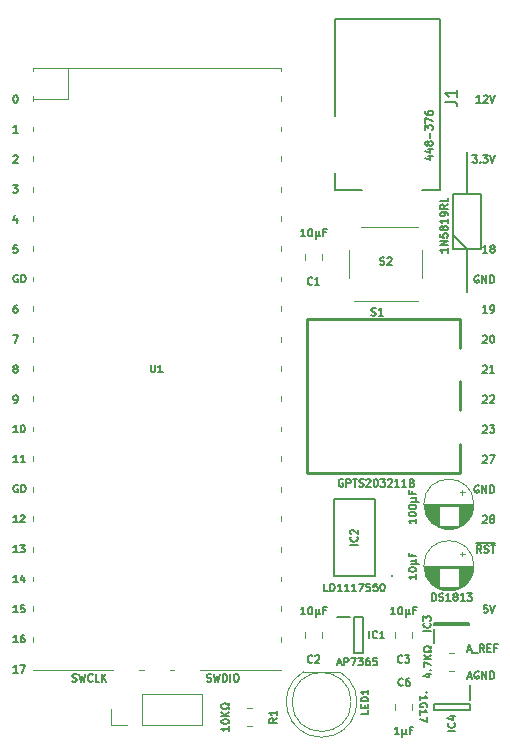
<source format=gto>
%TF.GenerationSoftware,KiCad,Pcbnew,8.0.7*%
%TF.CreationDate,2025-03-02T19:23:58+02:00*%
%TF.ProjectId,Pico,5069636f-2e6b-4696-9361-645f70636258,V0*%
%TF.SameCoordinates,Original*%
%TF.FileFunction,Legend,Top*%
%TF.FilePolarity,Positive*%
%FSLAX46Y46*%
G04 Gerber Fmt 4.6, Leading zero omitted, Abs format (unit mm)*
G04 Created by KiCad (PCBNEW 8.0.7) date 2025-03-02 19:23:58*
%MOMM*%
%LPD*%
G01*
G04 APERTURE LIST*
%ADD10C,0.150000*%
%ADD11C,0.200000*%
%ADD12C,0.120000*%
%ADD13C,0.100000*%
%ADD14C,0.254000*%
G04 APERTURE END LIST*
D10*
X1598493Y-45980563D02*
X1235636Y-45980563D01*
X1417064Y-45980563D02*
X1417064Y-45345563D01*
X1417064Y-45345563D02*
X1356588Y-45436277D01*
X1356588Y-45436277D02*
X1296112Y-45496753D01*
X1296112Y-45496753D02*
X1235636Y-45526991D01*
X2142779Y-45345563D02*
X2021826Y-45345563D01*
X2021826Y-45345563D02*
X1961350Y-45375801D01*
X1961350Y-45375801D02*
X1931112Y-45406039D01*
X1931112Y-45406039D02*
X1870636Y-45496753D01*
X1870636Y-45496753D02*
X1840398Y-45617705D01*
X1840398Y-45617705D02*
X1840398Y-45859610D01*
X1840398Y-45859610D02*
X1870636Y-45920086D01*
X1870636Y-45920086D02*
X1900874Y-45950325D01*
X1900874Y-45950325D02*
X1961350Y-45980563D01*
X1961350Y-45980563D02*
X2082303Y-45980563D01*
X2082303Y-45980563D02*
X2142779Y-45950325D01*
X2142779Y-45950325D02*
X2173017Y-45920086D01*
X2173017Y-45920086D02*
X2203255Y-45859610D01*
X2203255Y-45859610D02*
X2203255Y-45708420D01*
X2203255Y-45708420D02*
X2173017Y-45647944D01*
X2173017Y-45647944D02*
X2142779Y-45617705D01*
X2142779Y-45617705D02*
X2082303Y-45587467D01*
X2082303Y-45587467D02*
X1961350Y-45587467D01*
X1961350Y-45587467D02*
X1900874Y-45617705D01*
X1900874Y-45617705D02*
X1870636Y-45647944D01*
X1870636Y-45647944D02*
X1840398Y-45708420D01*
X1386826Y349036D02*
X1447303Y349036D01*
X1447303Y349036D02*
X1507779Y318798D01*
X1507779Y318798D02*
X1538017Y288560D01*
X1538017Y288560D02*
X1568255Y228084D01*
X1568255Y228084D02*
X1598493Y107132D01*
X1598493Y107132D02*
X1598493Y-44058D01*
X1598493Y-44058D02*
X1568255Y-165010D01*
X1568255Y-165010D02*
X1538017Y-225486D01*
X1538017Y-225486D02*
X1507779Y-255725D01*
X1507779Y-255725D02*
X1447303Y-285963D01*
X1447303Y-285963D02*
X1386826Y-285963D01*
X1386826Y-285963D02*
X1326350Y-255725D01*
X1326350Y-255725D02*
X1296112Y-225486D01*
X1296112Y-225486D02*
X1265874Y-165010D01*
X1265874Y-165010D02*
X1235636Y-44058D01*
X1235636Y-44058D02*
X1235636Y107132D01*
X1235636Y107132D02*
X1265874Y228084D01*
X1265874Y228084D02*
X1296112Y288560D01*
X1296112Y288560D02*
X1326350Y318798D01*
X1326350Y318798D02*
X1386826Y349036D01*
X39658362Y-46586534D02*
X39960743Y-46586534D01*
X39597886Y-46767963D02*
X39809552Y-46132963D01*
X39809552Y-46132963D02*
X40021219Y-46767963D01*
X40081696Y-46828439D02*
X40565505Y-46828439D01*
X41079553Y-46767963D02*
X40867886Y-46465582D01*
X40716696Y-46767963D02*
X40716696Y-46132963D01*
X40716696Y-46132963D02*
X40958601Y-46132963D01*
X40958601Y-46132963D02*
X41019077Y-46163201D01*
X41019077Y-46163201D02*
X41049315Y-46193439D01*
X41049315Y-46193439D02*
X41079553Y-46253915D01*
X41079553Y-46253915D02*
X41079553Y-46344629D01*
X41079553Y-46344629D02*
X41049315Y-46405105D01*
X41049315Y-46405105D02*
X41019077Y-46435344D01*
X41019077Y-46435344D02*
X40958601Y-46465582D01*
X40958601Y-46465582D02*
X40716696Y-46465582D01*
X41351696Y-46435344D02*
X41563363Y-46435344D01*
X41654077Y-46767963D02*
X41351696Y-46767963D01*
X41351696Y-46767963D02*
X41351696Y-46132963D01*
X41351696Y-46132963D02*
X41654077Y-46132963D01*
X42137887Y-46435344D02*
X41926220Y-46435344D01*
X41926220Y-46767963D02*
X41926220Y-46132963D01*
X41926220Y-46132963D02*
X42228601Y-46132963D01*
X1598493Y-14895801D02*
X1538017Y-14865563D01*
X1538017Y-14865563D02*
X1447303Y-14865563D01*
X1447303Y-14865563D02*
X1356588Y-14895801D01*
X1356588Y-14895801D02*
X1296112Y-14956277D01*
X1296112Y-14956277D02*
X1265874Y-15016753D01*
X1265874Y-15016753D02*
X1235636Y-15137705D01*
X1235636Y-15137705D02*
X1235636Y-15228420D01*
X1235636Y-15228420D02*
X1265874Y-15349372D01*
X1265874Y-15349372D02*
X1296112Y-15409848D01*
X1296112Y-15409848D02*
X1356588Y-15470325D01*
X1356588Y-15470325D02*
X1447303Y-15500563D01*
X1447303Y-15500563D02*
X1507779Y-15500563D01*
X1507779Y-15500563D02*
X1598493Y-15470325D01*
X1598493Y-15470325D02*
X1628731Y-15440086D01*
X1628731Y-15440086D02*
X1628731Y-15228420D01*
X1628731Y-15228420D02*
X1507779Y-15228420D01*
X1900874Y-15500563D02*
X1900874Y-14865563D01*
X1900874Y-14865563D02*
X2052064Y-14865563D01*
X2052064Y-14865563D02*
X2142779Y-14895801D01*
X2142779Y-14895801D02*
X2203255Y-14956277D01*
X2203255Y-14956277D02*
X2233493Y-15016753D01*
X2233493Y-15016753D02*
X2263731Y-15137705D01*
X2263731Y-15137705D02*
X2263731Y-15228420D01*
X2263731Y-15228420D02*
X2233493Y-15349372D01*
X2233493Y-15349372D02*
X2203255Y-15409848D01*
X2203255Y-15409848D02*
X2142779Y-15470325D01*
X2142779Y-15470325D02*
X2052064Y-15500563D01*
X2052064Y-15500563D02*
X1900874Y-15500563D01*
X40855791Y-38385963D02*
X40644124Y-38083582D01*
X40492934Y-38385963D02*
X40492934Y-37750963D01*
X40492934Y-37750963D02*
X40734839Y-37750963D01*
X40734839Y-37750963D02*
X40795315Y-37781201D01*
X40795315Y-37781201D02*
X40825553Y-37811439D01*
X40825553Y-37811439D02*
X40855791Y-37871915D01*
X40855791Y-37871915D02*
X40855791Y-37962629D01*
X40855791Y-37962629D02*
X40825553Y-38023105D01*
X40825553Y-38023105D02*
X40795315Y-38053344D01*
X40795315Y-38053344D02*
X40734839Y-38083582D01*
X40734839Y-38083582D02*
X40492934Y-38083582D01*
X41097696Y-38355725D02*
X41188410Y-38385963D01*
X41188410Y-38385963D02*
X41339601Y-38385963D01*
X41339601Y-38385963D02*
X41400077Y-38355725D01*
X41400077Y-38355725D02*
X41430315Y-38325486D01*
X41430315Y-38325486D02*
X41460553Y-38265010D01*
X41460553Y-38265010D02*
X41460553Y-38204534D01*
X41460553Y-38204534D02*
X41430315Y-38144058D01*
X41430315Y-38144058D02*
X41400077Y-38113820D01*
X41400077Y-38113820D02*
X41339601Y-38083582D01*
X41339601Y-38083582D02*
X41218648Y-38053344D01*
X41218648Y-38053344D02*
X41158172Y-38023105D01*
X41158172Y-38023105D02*
X41127934Y-37992867D01*
X41127934Y-37992867D02*
X41097696Y-37932391D01*
X41097696Y-37932391D02*
X41097696Y-37871915D01*
X41097696Y-37871915D02*
X41127934Y-37811439D01*
X41127934Y-37811439D02*
X41158172Y-37781201D01*
X41158172Y-37781201D02*
X41218648Y-37750963D01*
X41218648Y-37750963D02*
X41369839Y-37750963D01*
X41369839Y-37750963D02*
X41460553Y-37781201D01*
X41641982Y-37750963D02*
X42004839Y-37750963D01*
X41823410Y-38385963D02*
X41823410Y-37750963D01*
X40405244Y-37574675D02*
X42001816Y-37574675D01*
X40099839Y-4730963D02*
X40492934Y-4730963D01*
X40492934Y-4730963D02*
X40281267Y-4972867D01*
X40281267Y-4972867D02*
X40371982Y-4972867D01*
X40371982Y-4972867D02*
X40432458Y-5003105D01*
X40432458Y-5003105D02*
X40462696Y-5033344D01*
X40462696Y-5033344D02*
X40492934Y-5093820D01*
X40492934Y-5093820D02*
X40492934Y-5245010D01*
X40492934Y-5245010D02*
X40462696Y-5305486D01*
X40462696Y-5305486D02*
X40432458Y-5335725D01*
X40432458Y-5335725D02*
X40371982Y-5365963D01*
X40371982Y-5365963D02*
X40190553Y-5365963D01*
X40190553Y-5365963D02*
X40130077Y-5335725D01*
X40130077Y-5335725D02*
X40099839Y-5305486D01*
X40765077Y-5305486D02*
X40795315Y-5335725D01*
X40795315Y-5335725D02*
X40765077Y-5365963D01*
X40765077Y-5365963D02*
X40734839Y-5335725D01*
X40734839Y-5335725D02*
X40765077Y-5305486D01*
X40765077Y-5305486D02*
X40765077Y-5365963D01*
X41006982Y-4730963D02*
X41400077Y-4730963D01*
X41400077Y-4730963D02*
X41188410Y-4972867D01*
X41188410Y-4972867D02*
X41279125Y-4972867D01*
X41279125Y-4972867D02*
X41339601Y-5003105D01*
X41339601Y-5003105D02*
X41369839Y-5033344D01*
X41369839Y-5033344D02*
X41400077Y-5093820D01*
X41400077Y-5093820D02*
X41400077Y-5245010D01*
X41400077Y-5245010D02*
X41369839Y-5305486D01*
X41369839Y-5305486D02*
X41339601Y-5335725D01*
X41339601Y-5335725D02*
X41279125Y-5365963D01*
X41279125Y-5365963D02*
X41097696Y-5365963D01*
X41097696Y-5365963D02*
X41037220Y-5335725D01*
X41037220Y-5335725D02*
X41006982Y-5305486D01*
X41581506Y-4730963D02*
X41793172Y-5365963D01*
X41793172Y-5365963D02*
X42004839Y-4730963D01*
X1538017Y-17430963D02*
X1417064Y-17430963D01*
X1417064Y-17430963D02*
X1356588Y-17461201D01*
X1356588Y-17461201D02*
X1326350Y-17491439D01*
X1326350Y-17491439D02*
X1265874Y-17582153D01*
X1265874Y-17582153D02*
X1235636Y-17703105D01*
X1235636Y-17703105D02*
X1235636Y-17945010D01*
X1235636Y-17945010D02*
X1265874Y-18005486D01*
X1265874Y-18005486D02*
X1296112Y-18035725D01*
X1296112Y-18035725D02*
X1356588Y-18065963D01*
X1356588Y-18065963D02*
X1477541Y-18065963D01*
X1477541Y-18065963D02*
X1538017Y-18035725D01*
X1538017Y-18035725D02*
X1568255Y-18005486D01*
X1568255Y-18005486D02*
X1598493Y-17945010D01*
X1598493Y-17945010D02*
X1598493Y-17793820D01*
X1598493Y-17793820D02*
X1568255Y-17733344D01*
X1568255Y-17733344D02*
X1538017Y-17703105D01*
X1538017Y-17703105D02*
X1477541Y-17672867D01*
X1477541Y-17672867D02*
X1356588Y-17672867D01*
X1356588Y-17672867D02*
X1296112Y-17703105D01*
X1296112Y-17703105D02*
X1265874Y-17733344D01*
X1265874Y-17733344D02*
X1235636Y-17793820D01*
X1356588Y-22783105D02*
X1296112Y-22752867D01*
X1296112Y-22752867D02*
X1265874Y-22722629D01*
X1265874Y-22722629D02*
X1235636Y-22662153D01*
X1235636Y-22662153D02*
X1235636Y-22631915D01*
X1235636Y-22631915D02*
X1265874Y-22571439D01*
X1265874Y-22571439D02*
X1296112Y-22541201D01*
X1296112Y-22541201D02*
X1356588Y-22510963D01*
X1356588Y-22510963D02*
X1477541Y-22510963D01*
X1477541Y-22510963D02*
X1538017Y-22541201D01*
X1538017Y-22541201D02*
X1568255Y-22571439D01*
X1568255Y-22571439D02*
X1598493Y-22631915D01*
X1598493Y-22631915D02*
X1598493Y-22662153D01*
X1598493Y-22662153D02*
X1568255Y-22722629D01*
X1568255Y-22722629D02*
X1538017Y-22752867D01*
X1538017Y-22752867D02*
X1477541Y-22783105D01*
X1477541Y-22783105D02*
X1356588Y-22783105D01*
X1356588Y-22783105D02*
X1296112Y-22813344D01*
X1296112Y-22813344D02*
X1265874Y-22843582D01*
X1265874Y-22843582D02*
X1235636Y-22904058D01*
X1235636Y-22904058D02*
X1235636Y-23025010D01*
X1235636Y-23025010D02*
X1265874Y-23085486D01*
X1265874Y-23085486D02*
X1296112Y-23115725D01*
X1296112Y-23115725D02*
X1356588Y-23145963D01*
X1356588Y-23145963D02*
X1477541Y-23145963D01*
X1477541Y-23145963D02*
X1538017Y-23115725D01*
X1538017Y-23115725D02*
X1568255Y-23085486D01*
X1568255Y-23085486D02*
X1598493Y-23025010D01*
X1598493Y-23025010D02*
X1598493Y-22904058D01*
X1598493Y-22904058D02*
X1568255Y-22843582D01*
X1568255Y-22843582D02*
X1538017Y-22813344D01*
X1538017Y-22813344D02*
X1477541Y-22783105D01*
X1598493Y-43440563D02*
X1235636Y-43440563D01*
X1417064Y-43440563D02*
X1417064Y-42805563D01*
X1417064Y-42805563D02*
X1356588Y-42896277D01*
X1356588Y-42896277D02*
X1296112Y-42956753D01*
X1296112Y-42956753D02*
X1235636Y-42986991D01*
X2173017Y-42805563D02*
X1870636Y-42805563D01*
X1870636Y-42805563D02*
X1840398Y-43107944D01*
X1840398Y-43107944D02*
X1870636Y-43077705D01*
X1870636Y-43077705D02*
X1931112Y-43047467D01*
X1931112Y-43047467D02*
X2082303Y-43047467D01*
X2082303Y-43047467D02*
X2142779Y-43077705D01*
X2142779Y-43077705D02*
X2173017Y-43107944D01*
X2173017Y-43107944D02*
X2203255Y-43168420D01*
X2203255Y-43168420D02*
X2203255Y-43319610D01*
X2203255Y-43319610D02*
X2173017Y-43380086D01*
X2173017Y-43380086D02*
X2142779Y-43410325D01*
X2142779Y-43410325D02*
X2082303Y-43440563D01*
X2082303Y-43440563D02*
X1931112Y-43440563D01*
X1931112Y-43440563D02*
X1870636Y-43410325D01*
X1870636Y-43410325D02*
X1840398Y-43380086D01*
X1598493Y-30740563D02*
X1235636Y-30740563D01*
X1417064Y-30740563D02*
X1417064Y-30105563D01*
X1417064Y-30105563D02*
X1356588Y-30196277D01*
X1356588Y-30196277D02*
X1296112Y-30256753D01*
X1296112Y-30256753D02*
X1235636Y-30286991D01*
X2203255Y-30740563D02*
X1840398Y-30740563D01*
X2021826Y-30740563D02*
X2021826Y-30105563D01*
X2021826Y-30105563D02*
X1961350Y-30196277D01*
X1961350Y-30196277D02*
X1900874Y-30256753D01*
X1900874Y-30256753D02*
X1840398Y-30286991D01*
X1538017Y-10022629D02*
X1538017Y-10445963D01*
X1386826Y-9780725D02*
X1235636Y-10234296D01*
X1235636Y-10234296D02*
X1628731Y-10234296D01*
X1598493Y-38360563D02*
X1235636Y-38360563D01*
X1417064Y-38360563D02*
X1417064Y-37725563D01*
X1417064Y-37725563D02*
X1356588Y-37816277D01*
X1356588Y-37816277D02*
X1296112Y-37876753D01*
X1296112Y-37876753D02*
X1235636Y-37906991D01*
X1810160Y-37725563D02*
X2203255Y-37725563D01*
X2203255Y-37725563D02*
X1991588Y-37967467D01*
X1991588Y-37967467D02*
X2082303Y-37967467D01*
X2082303Y-37967467D02*
X2142779Y-37997705D01*
X2142779Y-37997705D02*
X2173017Y-38027944D01*
X2173017Y-38027944D02*
X2203255Y-38088420D01*
X2203255Y-38088420D02*
X2203255Y-38239610D01*
X2203255Y-38239610D02*
X2173017Y-38300086D01*
X2173017Y-38300086D02*
X2142779Y-38330325D01*
X2142779Y-38330325D02*
X2082303Y-38360563D01*
X2082303Y-38360563D02*
X1900874Y-38360563D01*
X1900874Y-38360563D02*
X1840398Y-38330325D01*
X1840398Y-38330325D02*
X1810160Y-38300086D01*
X40976744Y-25111439D02*
X41006982Y-25081201D01*
X41006982Y-25081201D02*
X41067458Y-25050963D01*
X41067458Y-25050963D02*
X41218649Y-25050963D01*
X41218649Y-25050963D02*
X41279125Y-25081201D01*
X41279125Y-25081201D02*
X41309363Y-25111439D01*
X41309363Y-25111439D02*
X41339601Y-25171915D01*
X41339601Y-25171915D02*
X41339601Y-25232391D01*
X41339601Y-25232391D02*
X41309363Y-25323105D01*
X41309363Y-25323105D02*
X40946506Y-25685963D01*
X40946506Y-25685963D02*
X41339601Y-25685963D01*
X41581506Y-25111439D02*
X41611744Y-25081201D01*
X41611744Y-25081201D02*
X41672220Y-25050963D01*
X41672220Y-25050963D02*
X41823411Y-25050963D01*
X41823411Y-25050963D02*
X41883887Y-25081201D01*
X41883887Y-25081201D02*
X41914125Y-25111439D01*
X41914125Y-25111439D02*
X41944363Y-25171915D01*
X41944363Y-25171915D02*
X41944363Y-25232391D01*
X41944363Y-25232391D02*
X41914125Y-25323105D01*
X41914125Y-25323105D02*
X41551268Y-25685963D01*
X41551268Y-25685963D02*
X41944363Y-25685963D01*
X40613887Y-14921201D02*
X40553411Y-14890963D01*
X40553411Y-14890963D02*
X40462697Y-14890963D01*
X40462697Y-14890963D02*
X40371982Y-14921201D01*
X40371982Y-14921201D02*
X40311506Y-14981677D01*
X40311506Y-14981677D02*
X40281268Y-15042153D01*
X40281268Y-15042153D02*
X40251030Y-15163105D01*
X40251030Y-15163105D02*
X40251030Y-15253820D01*
X40251030Y-15253820D02*
X40281268Y-15374772D01*
X40281268Y-15374772D02*
X40311506Y-15435248D01*
X40311506Y-15435248D02*
X40371982Y-15495725D01*
X40371982Y-15495725D02*
X40462697Y-15525963D01*
X40462697Y-15525963D02*
X40523173Y-15525963D01*
X40523173Y-15525963D02*
X40613887Y-15495725D01*
X40613887Y-15495725D02*
X40644125Y-15465486D01*
X40644125Y-15465486D02*
X40644125Y-15253820D01*
X40644125Y-15253820D02*
X40523173Y-15253820D01*
X40916268Y-15525963D02*
X40916268Y-14890963D01*
X40916268Y-14890963D02*
X41279125Y-15525963D01*
X41279125Y-15525963D02*
X41279125Y-14890963D01*
X41581506Y-15525963D02*
X41581506Y-14890963D01*
X41581506Y-14890963D02*
X41732696Y-14890963D01*
X41732696Y-14890963D02*
X41823411Y-14921201D01*
X41823411Y-14921201D02*
X41883887Y-14981677D01*
X41883887Y-14981677D02*
X41914125Y-15042153D01*
X41914125Y-15042153D02*
X41944363Y-15163105D01*
X41944363Y-15163105D02*
X41944363Y-15253820D01*
X41944363Y-15253820D02*
X41914125Y-15374772D01*
X41914125Y-15374772D02*
X41883887Y-15435248D01*
X41883887Y-15435248D02*
X41823411Y-15495725D01*
X41823411Y-15495725D02*
X41732696Y-15525963D01*
X41732696Y-15525963D02*
X41581506Y-15525963D01*
X1235636Y-4791439D02*
X1265874Y-4761201D01*
X1265874Y-4761201D02*
X1326350Y-4730963D01*
X1326350Y-4730963D02*
X1477541Y-4730963D01*
X1477541Y-4730963D02*
X1538017Y-4761201D01*
X1538017Y-4761201D02*
X1568255Y-4791439D01*
X1568255Y-4791439D02*
X1598493Y-4851915D01*
X1598493Y-4851915D02*
X1598493Y-4912391D01*
X1598493Y-4912391D02*
X1568255Y-5003105D01*
X1568255Y-5003105D02*
X1205398Y-5365963D01*
X1205398Y-5365963D02*
X1598493Y-5365963D01*
X41365001Y-12985963D02*
X41002144Y-12985963D01*
X41183572Y-12985963D02*
X41183572Y-12350963D01*
X41183572Y-12350963D02*
X41123096Y-12441677D01*
X41123096Y-12441677D02*
X41062620Y-12502153D01*
X41062620Y-12502153D02*
X41002144Y-12532391D01*
X41727858Y-12623105D02*
X41667382Y-12592867D01*
X41667382Y-12592867D02*
X41637144Y-12562629D01*
X41637144Y-12562629D02*
X41606906Y-12502153D01*
X41606906Y-12502153D02*
X41606906Y-12471915D01*
X41606906Y-12471915D02*
X41637144Y-12411439D01*
X41637144Y-12411439D02*
X41667382Y-12381201D01*
X41667382Y-12381201D02*
X41727858Y-12350963D01*
X41727858Y-12350963D02*
X41848811Y-12350963D01*
X41848811Y-12350963D02*
X41909287Y-12381201D01*
X41909287Y-12381201D02*
X41939525Y-12411439D01*
X41939525Y-12411439D02*
X41969763Y-12471915D01*
X41969763Y-12471915D02*
X41969763Y-12502153D01*
X41969763Y-12502153D02*
X41939525Y-12562629D01*
X41939525Y-12562629D02*
X41909287Y-12592867D01*
X41909287Y-12592867D02*
X41848811Y-12623105D01*
X41848811Y-12623105D02*
X41727858Y-12623105D01*
X41727858Y-12623105D02*
X41667382Y-12653344D01*
X41667382Y-12653344D02*
X41637144Y-12683582D01*
X41637144Y-12683582D02*
X41606906Y-12744058D01*
X41606906Y-12744058D02*
X41606906Y-12865010D01*
X41606906Y-12865010D02*
X41637144Y-12925486D01*
X41637144Y-12925486D02*
X41667382Y-12955725D01*
X41667382Y-12955725D02*
X41727858Y-12985963D01*
X41727858Y-12985963D02*
X41848811Y-12985963D01*
X41848811Y-12985963D02*
X41909287Y-12955725D01*
X41909287Y-12955725D02*
X41939525Y-12925486D01*
X41939525Y-12925486D02*
X41969763Y-12865010D01*
X41969763Y-12865010D02*
X41969763Y-12744058D01*
X41969763Y-12744058D02*
X41939525Y-12683582D01*
X41939525Y-12683582D02*
X41909287Y-12653344D01*
X41909287Y-12653344D02*
X41848811Y-12623105D01*
X39706744Y-48872534D02*
X40009125Y-48872534D01*
X39646268Y-49053963D02*
X39857934Y-48418963D01*
X39857934Y-48418963D02*
X40069601Y-49053963D01*
X40613887Y-48449201D02*
X40553411Y-48418963D01*
X40553411Y-48418963D02*
X40462697Y-48418963D01*
X40462697Y-48418963D02*
X40371982Y-48449201D01*
X40371982Y-48449201D02*
X40311506Y-48509677D01*
X40311506Y-48509677D02*
X40281268Y-48570153D01*
X40281268Y-48570153D02*
X40251030Y-48691105D01*
X40251030Y-48691105D02*
X40251030Y-48781820D01*
X40251030Y-48781820D02*
X40281268Y-48902772D01*
X40281268Y-48902772D02*
X40311506Y-48963248D01*
X40311506Y-48963248D02*
X40371982Y-49023725D01*
X40371982Y-49023725D02*
X40462697Y-49053963D01*
X40462697Y-49053963D02*
X40523173Y-49053963D01*
X40523173Y-49053963D02*
X40613887Y-49023725D01*
X40613887Y-49023725D02*
X40644125Y-48993486D01*
X40644125Y-48993486D02*
X40644125Y-48781820D01*
X40644125Y-48781820D02*
X40523173Y-48781820D01*
X40916268Y-49053963D02*
X40916268Y-48418963D01*
X40916268Y-48418963D02*
X41279125Y-49053963D01*
X41279125Y-49053963D02*
X41279125Y-48418963D01*
X41581506Y-49053963D02*
X41581506Y-48418963D01*
X41581506Y-48418963D02*
X41732696Y-48418963D01*
X41732696Y-48418963D02*
X41823411Y-48449201D01*
X41823411Y-48449201D02*
X41883887Y-48509677D01*
X41883887Y-48509677D02*
X41914125Y-48570153D01*
X41914125Y-48570153D02*
X41944363Y-48691105D01*
X41944363Y-48691105D02*
X41944363Y-48781820D01*
X41944363Y-48781820D02*
X41914125Y-48902772D01*
X41914125Y-48902772D02*
X41883887Y-48963248D01*
X41883887Y-48963248D02*
X41823411Y-49023725D01*
X41823411Y-49023725D02*
X41732696Y-49053963D01*
X41732696Y-49053963D02*
X41581506Y-49053963D01*
X40976744Y-35271439D02*
X41006982Y-35241201D01*
X41006982Y-35241201D02*
X41067458Y-35210963D01*
X41067458Y-35210963D02*
X41218649Y-35210963D01*
X41218649Y-35210963D02*
X41279125Y-35241201D01*
X41279125Y-35241201D02*
X41309363Y-35271439D01*
X41309363Y-35271439D02*
X41339601Y-35331915D01*
X41339601Y-35331915D02*
X41339601Y-35392391D01*
X41339601Y-35392391D02*
X41309363Y-35483105D01*
X41309363Y-35483105D02*
X40946506Y-35845963D01*
X40946506Y-35845963D02*
X41339601Y-35845963D01*
X41702458Y-35483105D02*
X41641982Y-35452867D01*
X41641982Y-35452867D02*
X41611744Y-35422629D01*
X41611744Y-35422629D02*
X41581506Y-35362153D01*
X41581506Y-35362153D02*
X41581506Y-35331915D01*
X41581506Y-35331915D02*
X41611744Y-35271439D01*
X41611744Y-35271439D02*
X41641982Y-35241201D01*
X41641982Y-35241201D02*
X41702458Y-35210963D01*
X41702458Y-35210963D02*
X41823411Y-35210963D01*
X41823411Y-35210963D02*
X41883887Y-35241201D01*
X41883887Y-35241201D02*
X41914125Y-35271439D01*
X41914125Y-35271439D02*
X41944363Y-35331915D01*
X41944363Y-35331915D02*
X41944363Y-35362153D01*
X41944363Y-35362153D02*
X41914125Y-35422629D01*
X41914125Y-35422629D02*
X41883887Y-35452867D01*
X41883887Y-35452867D02*
X41823411Y-35483105D01*
X41823411Y-35483105D02*
X41702458Y-35483105D01*
X41702458Y-35483105D02*
X41641982Y-35513344D01*
X41641982Y-35513344D02*
X41611744Y-35543582D01*
X41611744Y-35543582D02*
X41581506Y-35604058D01*
X41581506Y-35604058D02*
X41581506Y-35725010D01*
X41581506Y-35725010D02*
X41611744Y-35785486D01*
X41611744Y-35785486D02*
X41641982Y-35815725D01*
X41641982Y-35815725D02*
X41702458Y-35845963D01*
X41702458Y-35845963D02*
X41823411Y-35845963D01*
X41823411Y-35845963D02*
X41883887Y-35815725D01*
X41883887Y-35815725D02*
X41914125Y-35785486D01*
X41914125Y-35785486D02*
X41944363Y-35725010D01*
X41944363Y-35725010D02*
X41944363Y-35604058D01*
X41944363Y-35604058D02*
X41914125Y-35543582D01*
X41914125Y-35543582D02*
X41883887Y-35513344D01*
X41883887Y-35513344D02*
X41823411Y-35483105D01*
X40976744Y-30191439D02*
X41006982Y-30161201D01*
X41006982Y-30161201D02*
X41067458Y-30130963D01*
X41067458Y-30130963D02*
X41218649Y-30130963D01*
X41218649Y-30130963D02*
X41279125Y-30161201D01*
X41279125Y-30161201D02*
X41309363Y-30191439D01*
X41309363Y-30191439D02*
X41339601Y-30251915D01*
X41339601Y-30251915D02*
X41339601Y-30312391D01*
X41339601Y-30312391D02*
X41309363Y-30403105D01*
X41309363Y-30403105D02*
X40946506Y-30765963D01*
X40946506Y-30765963D02*
X41339601Y-30765963D01*
X41551268Y-30130963D02*
X41974601Y-30130963D01*
X41974601Y-30130963D02*
X41702458Y-30765963D01*
X41339601Y-18065963D02*
X40976744Y-18065963D01*
X41158172Y-18065963D02*
X41158172Y-17430963D01*
X41158172Y-17430963D02*
X41097696Y-17521677D01*
X41097696Y-17521677D02*
X41037220Y-17582153D01*
X41037220Y-17582153D02*
X40976744Y-17612391D01*
X41641982Y-18065963D02*
X41762934Y-18065963D01*
X41762934Y-18065963D02*
X41823411Y-18035725D01*
X41823411Y-18035725D02*
X41853649Y-18005486D01*
X41853649Y-18005486D02*
X41914125Y-17914772D01*
X41914125Y-17914772D02*
X41944363Y-17793820D01*
X41944363Y-17793820D02*
X41944363Y-17551915D01*
X41944363Y-17551915D02*
X41914125Y-17491439D01*
X41914125Y-17491439D02*
X41883887Y-17461201D01*
X41883887Y-17461201D02*
X41823411Y-17430963D01*
X41823411Y-17430963D02*
X41702458Y-17430963D01*
X41702458Y-17430963D02*
X41641982Y-17461201D01*
X41641982Y-17461201D02*
X41611744Y-17491439D01*
X41611744Y-17491439D02*
X41581506Y-17551915D01*
X41581506Y-17551915D02*
X41581506Y-17703105D01*
X41581506Y-17703105D02*
X41611744Y-17763582D01*
X41611744Y-17763582D02*
X41641982Y-17793820D01*
X41641982Y-17793820D02*
X41702458Y-17824058D01*
X41702458Y-17824058D02*
X41823411Y-17824058D01*
X41823411Y-17824058D02*
X41883887Y-17793820D01*
X41883887Y-17793820D02*
X41914125Y-17763582D01*
X41914125Y-17763582D02*
X41944363Y-17703105D01*
X1598493Y-35820563D02*
X1235636Y-35820563D01*
X1417064Y-35820563D02*
X1417064Y-35185563D01*
X1417064Y-35185563D02*
X1356588Y-35276277D01*
X1356588Y-35276277D02*
X1296112Y-35336753D01*
X1296112Y-35336753D02*
X1235636Y-35366991D01*
X1840398Y-35246039D02*
X1870636Y-35215801D01*
X1870636Y-35215801D02*
X1931112Y-35185563D01*
X1931112Y-35185563D02*
X2082303Y-35185563D01*
X2082303Y-35185563D02*
X2142779Y-35215801D01*
X2142779Y-35215801D02*
X2173017Y-35246039D01*
X2173017Y-35246039D02*
X2203255Y-35306515D01*
X2203255Y-35306515D02*
X2203255Y-35366991D01*
X2203255Y-35366991D02*
X2173017Y-35457705D01*
X2173017Y-35457705D02*
X1810160Y-35820563D01*
X1810160Y-35820563D02*
X2203255Y-35820563D01*
X1205398Y-19970963D02*
X1628731Y-19970963D01*
X1628731Y-19970963D02*
X1356588Y-20605963D01*
X1296112Y-25685963D02*
X1417064Y-25685963D01*
X1417064Y-25685963D02*
X1477541Y-25655725D01*
X1477541Y-25655725D02*
X1507779Y-25625486D01*
X1507779Y-25625486D02*
X1568255Y-25534772D01*
X1568255Y-25534772D02*
X1598493Y-25413820D01*
X1598493Y-25413820D02*
X1598493Y-25171915D01*
X1598493Y-25171915D02*
X1568255Y-25111439D01*
X1568255Y-25111439D02*
X1538017Y-25081201D01*
X1538017Y-25081201D02*
X1477541Y-25050963D01*
X1477541Y-25050963D02*
X1356588Y-25050963D01*
X1356588Y-25050963D02*
X1296112Y-25081201D01*
X1296112Y-25081201D02*
X1265874Y-25111439D01*
X1265874Y-25111439D02*
X1235636Y-25171915D01*
X1235636Y-25171915D02*
X1235636Y-25323105D01*
X1235636Y-25323105D02*
X1265874Y-25383582D01*
X1265874Y-25383582D02*
X1296112Y-25413820D01*
X1296112Y-25413820D02*
X1356588Y-25444058D01*
X1356588Y-25444058D02*
X1477541Y-25444058D01*
X1477541Y-25444058D02*
X1538017Y-25413820D01*
X1538017Y-25413820D02*
X1568255Y-25383582D01*
X1568255Y-25383582D02*
X1598493Y-25323105D01*
X41369839Y-42830963D02*
X41067458Y-42830963D01*
X41067458Y-42830963D02*
X41037220Y-43133344D01*
X41037220Y-43133344D02*
X41067458Y-43103105D01*
X41067458Y-43103105D02*
X41127934Y-43072867D01*
X41127934Y-43072867D02*
X41279125Y-43072867D01*
X41279125Y-43072867D02*
X41339601Y-43103105D01*
X41339601Y-43103105D02*
X41369839Y-43133344D01*
X41369839Y-43133344D02*
X41400077Y-43193820D01*
X41400077Y-43193820D02*
X41400077Y-43345010D01*
X41400077Y-43345010D02*
X41369839Y-43405486D01*
X41369839Y-43405486D02*
X41339601Y-43435725D01*
X41339601Y-43435725D02*
X41279125Y-43465963D01*
X41279125Y-43465963D02*
X41127934Y-43465963D01*
X41127934Y-43465963D02*
X41067458Y-43435725D01*
X41067458Y-43435725D02*
X41037220Y-43405486D01*
X41581506Y-42830963D02*
X41793172Y-43465963D01*
X41793172Y-43465963D02*
X42004839Y-42830963D01*
X40795315Y-285963D02*
X40432458Y-285963D01*
X40613886Y-285963D02*
X40613886Y349036D01*
X40613886Y349036D02*
X40553410Y258322D01*
X40553410Y258322D02*
X40492934Y197846D01*
X40492934Y197846D02*
X40432458Y167608D01*
X41037220Y288560D02*
X41067458Y318798D01*
X41067458Y318798D02*
X41127934Y349036D01*
X41127934Y349036D02*
X41279125Y349036D01*
X41279125Y349036D02*
X41339601Y318798D01*
X41339601Y318798D02*
X41369839Y288560D01*
X41369839Y288560D02*
X41400077Y228084D01*
X41400077Y228084D02*
X41400077Y167608D01*
X41400077Y167608D02*
X41369839Y76894D01*
X41369839Y76894D02*
X41006982Y-285963D01*
X41006982Y-285963D02*
X41400077Y-285963D01*
X41581506Y349036D02*
X41793172Y-285963D01*
X41793172Y-285963D02*
X42004839Y349036D01*
X1598493Y-28200563D02*
X1235636Y-28200563D01*
X1417064Y-28200563D02*
X1417064Y-27565563D01*
X1417064Y-27565563D02*
X1356588Y-27656277D01*
X1356588Y-27656277D02*
X1296112Y-27716753D01*
X1296112Y-27716753D02*
X1235636Y-27746991D01*
X1991588Y-27565563D02*
X2052065Y-27565563D01*
X2052065Y-27565563D02*
X2112541Y-27595801D01*
X2112541Y-27595801D02*
X2142779Y-27626039D01*
X2142779Y-27626039D02*
X2173017Y-27686515D01*
X2173017Y-27686515D02*
X2203255Y-27807467D01*
X2203255Y-27807467D02*
X2203255Y-27958658D01*
X2203255Y-27958658D02*
X2173017Y-28079610D01*
X2173017Y-28079610D02*
X2142779Y-28140086D01*
X2142779Y-28140086D02*
X2112541Y-28170325D01*
X2112541Y-28170325D02*
X2052065Y-28200563D01*
X2052065Y-28200563D02*
X1991588Y-28200563D01*
X1991588Y-28200563D02*
X1931112Y-28170325D01*
X1931112Y-28170325D02*
X1900874Y-28140086D01*
X1900874Y-28140086D02*
X1870636Y-28079610D01*
X1870636Y-28079610D02*
X1840398Y-27958658D01*
X1840398Y-27958658D02*
X1840398Y-27807467D01*
X1840398Y-27807467D02*
X1870636Y-27686515D01*
X1870636Y-27686515D02*
X1900874Y-27626039D01*
X1900874Y-27626039D02*
X1931112Y-27595801D01*
X1931112Y-27595801D02*
X1991588Y-27565563D01*
X1598493Y-2825963D02*
X1235636Y-2825963D01*
X1417064Y-2825963D02*
X1417064Y-2190963D01*
X1417064Y-2190963D02*
X1356588Y-2281677D01*
X1356588Y-2281677D02*
X1296112Y-2342153D01*
X1296112Y-2342153D02*
X1235636Y-2372391D01*
X1598493Y-40900563D02*
X1235636Y-40900563D01*
X1417064Y-40900563D02*
X1417064Y-40265563D01*
X1417064Y-40265563D02*
X1356588Y-40356277D01*
X1356588Y-40356277D02*
X1296112Y-40416753D01*
X1296112Y-40416753D02*
X1235636Y-40446991D01*
X2142779Y-40477229D02*
X2142779Y-40900563D01*
X1991588Y-40235325D02*
X1840398Y-40688896D01*
X1840398Y-40688896D02*
X2233493Y-40688896D01*
X1205398Y-7270963D02*
X1598493Y-7270963D01*
X1598493Y-7270963D02*
X1386826Y-7512867D01*
X1386826Y-7512867D02*
X1477541Y-7512867D01*
X1477541Y-7512867D02*
X1538017Y-7543105D01*
X1538017Y-7543105D02*
X1568255Y-7573344D01*
X1568255Y-7573344D02*
X1598493Y-7633820D01*
X1598493Y-7633820D02*
X1598493Y-7785010D01*
X1598493Y-7785010D02*
X1568255Y-7845486D01*
X1568255Y-7845486D02*
X1538017Y-7875725D01*
X1538017Y-7875725D02*
X1477541Y-7905963D01*
X1477541Y-7905963D02*
X1296112Y-7905963D01*
X1296112Y-7905963D02*
X1235636Y-7875725D01*
X1235636Y-7875725D02*
X1205398Y-7845486D01*
X1568255Y-12350963D02*
X1265874Y-12350963D01*
X1265874Y-12350963D02*
X1235636Y-12653344D01*
X1235636Y-12653344D02*
X1265874Y-12623105D01*
X1265874Y-12623105D02*
X1326350Y-12592867D01*
X1326350Y-12592867D02*
X1477541Y-12592867D01*
X1477541Y-12592867D02*
X1538017Y-12623105D01*
X1538017Y-12623105D02*
X1568255Y-12653344D01*
X1568255Y-12653344D02*
X1598493Y-12713820D01*
X1598493Y-12713820D02*
X1598493Y-12865010D01*
X1598493Y-12865010D02*
X1568255Y-12925486D01*
X1568255Y-12925486D02*
X1538017Y-12955725D01*
X1538017Y-12955725D02*
X1477541Y-12985963D01*
X1477541Y-12985963D02*
X1326350Y-12985963D01*
X1326350Y-12985963D02*
X1265874Y-12955725D01*
X1265874Y-12955725D02*
X1235636Y-12925486D01*
X40976744Y-27651439D02*
X41006982Y-27621201D01*
X41006982Y-27621201D02*
X41067458Y-27590963D01*
X41067458Y-27590963D02*
X41218649Y-27590963D01*
X41218649Y-27590963D02*
X41279125Y-27621201D01*
X41279125Y-27621201D02*
X41309363Y-27651439D01*
X41309363Y-27651439D02*
X41339601Y-27711915D01*
X41339601Y-27711915D02*
X41339601Y-27772391D01*
X41339601Y-27772391D02*
X41309363Y-27863105D01*
X41309363Y-27863105D02*
X40946506Y-28225963D01*
X40946506Y-28225963D02*
X41339601Y-28225963D01*
X41551268Y-27590963D02*
X41944363Y-27590963D01*
X41944363Y-27590963D02*
X41732696Y-27832867D01*
X41732696Y-27832867D02*
X41823411Y-27832867D01*
X41823411Y-27832867D02*
X41883887Y-27863105D01*
X41883887Y-27863105D02*
X41914125Y-27893344D01*
X41914125Y-27893344D02*
X41944363Y-27953820D01*
X41944363Y-27953820D02*
X41944363Y-28105010D01*
X41944363Y-28105010D02*
X41914125Y-28165486D01*
X41914125Y-28165486D02*
X41883887Y-28195725D01*
X41883887Y-28195725D02*
X41823411Y-28225963D01*
X41823411Y-28225963D02*
X41641982Y-28225963D01*
X41641982Y-28225963D02*
X41581506Y-28195725D01*
X41581506Y-28195725D02*
X41551268Y-28165486D01*
X40613887Y-32701201D02*
X40553411Y-32670963D01*
X40553411Y-32670963D02*
X40462697Y-32670963D01*
X40462697Y-32670963D02*
X40371982Y-32701201D01*
X40371982Y-32701201D02*
X40311506Y-32761677D01*
X40311506Y-32761677D02*
X40281268Y-32822153D01*
X40281268Y-32822153D02*
X40251030Y-32943105D01*
X40251030Y-32943105D02*
X40251030Y-33033820D01*
X40251030Y-33033820D02*
X40281268Y-33154772D01*
X40281268Y-33154772D02*
X40311506Y-33215248D01*
X40311506Y-33215248D02*
X40371982Y-33275725D01*
X40371982Y-33275725D02*
X40462697Y-33305963D01*
X40462697Y-33305963D02*
X40523173Y-33305963D01*
X40523173Y-33305963D02*
X40613887Y-33275725D01*
X40613887Y-33275725D02*
X40644125Y-33245486D01*
X40644125Y-33245486D02*
X40644125Y-33033820D01*
X40644125Y-33033820D02*
X40523173Y-33033820D01*
X40916268Y-33305963D02*
X40916268Y-32670963D01*
X40916268Y-32670963D02*
X41279125Y-33305963D01*
X41279125Y-33305963D02*
X41279125Y-32670963D01*
X41581506Y-33305963D02*
X41581506Y-32670963D01*
X41581506Y-32670963D02*
X41732696Y-32670963D01*
X41732696Y-32670963D02*
X41823411Y-32701201D01*
X41823411Y-32701201D02*
X41883887Y-32761677D01*
X41883887Y-32761677D02*
X41914125Y-32822153D01*
X41914125Y-32822153D02*
X41944363Y-32943105D01*
X41944363Y-32943105D02*
X41944363Y-33033820D01*
X41944363Y-33033820D02*
X41914125Y-33154772D01*
X41914125Y-33154772D02*
X41883887Y-33215248D01*
X41883887Y-33215248D02*
X41823411Y-33275725D01*
X41823411Y-33275725D02*
X41732696Y-33305963D01*
X41732696Y-33305963D02*
X41581506Y-33305963D01*
X1598493Y-48545963D02*
X1235636Y-48545963D01*
X1417064Y-48545963D02*
X1417064Y-47910963D01*
X1417064Y-47910963D02*
X1356588Y-48001677D01*
X1356588Y-48001677D02*
X1296112Y-48062153D01*
X1296112Y-48062153D02*
X1235636Y-48092391D01*
X1810160Y-47910963D02*
X2233493Y-47910963D01*
X2233493Y-47910963D02*
X1961350Y-48545963D01*
X1598493Y-32675801D02*
X1538017Y-32645563D01*
X1538017Y-32645563D02*
X1447303Y-32645563D01*
X1447303Y-32645563D02*
X1356588Y-32675801D01*
X1356588Y-32675801D02*
X1296112Y-32736277D01*
X1296112Y-32736277D02*
X1265874Y-32796753D01*
X1265874Y-32796753D02*
X1235636Y-32917705D01*
X1235636Y-32917705D02*
X1235636Y-33008420D01*
X1235636Y-33008420D02*
X1265874Y-33129372D01*
X1265874Y-33129372D02*
X1296112Y-33189848D01*
X1296112Y-33189848D02*
X1356588Y-33250325D01*
X1356588Y-33250325D02*
X1447303Y-33280563D01*
X1447303Y-33280563D02*
X1507779Y-33280563D01*
X1507779Y-33280563D02*
X1598493Y-33250325D01*
X1598493Y-33250325D02*
X1628731Y-33220086D01*
X1628731Y-33220086D02*
X1628731Y-33008420D01*
X1628731Y-33008420D02*
X1507779Y-33008420D01*
X1900874Y-33280563D02*
X1900874Y-32645563D01*
X1900874Y-32645563D02*
X2052064Y-32645563D01*
X2052064Y-32645563D02*
X2142779Y-32675801D01*
X2142779Y-32675801D02*
X2203255Y-32736277D01*
X2203255Y-32736277D02*
X2233493Y-32796753D01*
X2233493Y-32796753D02*
X2263731Y-32917705D01*
X2263731Y-32917705D02*
X2263731Y-33008420D01*
X2263731Y-33008420D02*
X2233493Y-33129372D01*
X2233493Y-33129372D02*
X2203255Y-33189848D01*
X2203255Y-33189848D02*
X2142779Y-33250325D01*
X2142779Y-33250325D02*
X2052064Y-33280563D01*
X2052064Y-33280563D02*
X1900874Y-33280563D01*
X40976744Y-22571439D02*
X41006982Y-22541201D01*
X41006982Y-22541201D02*
X41067458Y-22510963D01*
X41067458Y-22510963D02*
X41218649Y-22510963D01*
X41218649Y-22510963D02*
X41279125Y-22541201D01*
X41279125Y-22541201D02*
X41309363Y-22571439D01*
X41309363Y-22571439D02*
X41339601Y-22631915D01*
X41339601Y-22631915D02*
X41339601Y-22692391D01*
X41339601Y-22692391D02*
X41309363Y-22783105D01*
X41309363Y-22783105D02*
X40946506Y-23145963D01*
X40946506Y-23145963D02*
X41339601Y-23145963D01*
X41944363Y-23145963D02*
X41581506Y-23145963D01*
X41762934Y-23145963D02*
X41762934Y-22510963D01*
X41762934Y-22510963D02*
X41702458Y-22601677D01*
X41702458Y-22601677D02*
X41641982Y-22662153D01*
X41641982Y-22662153D02*
X41581506Y-22692391D01*
X40976744Y-20031439D02*
X41006982Y-20001201D01*
X41006982Y-20001201D02*
X41067458Y-19970963D01*
X41067458Y-19970963D02*
X41218649Y-19970963D01*
X41218649Y-19970963D02*
X41279125Y-20001201D01*
X41279125Y-20001201D02*
X41309363Y-20031439D01*
X41309363Y-20031439D02*
X41339601Y-20091915D01*
X41339601Y-20091915D02*
X41339601Y-20152391D01*
X41339601Y-20152391D02*
X41309363Y-20243105D01*
X41309363Y-20243105D02*
X40946506Y-20605963D01*
X40946506Y-20605963D02*
X41339601Y-20605963D01*
X41732696Y-19970963D02*
X41793173Y-19970963D01*
X41793173Y-19970963D02*
X41853649Y-20001201D01*
X41853649Y-20001201D02*
X41883887Y-20031439D01*
X41883887Y-20031439D02*
X41914125Y-20091915D01*
X41914125Y-20091915D02*
X41944363Y-20212867D01*
X41944363Y-20212867D02*
X41944363Y-20364058D01*
X41944363Y-20364058D02*
X41914125Y-20485010D01*
X41914125Y-20485010D02*
X41883887Y-20545486D01*
X41883887Y-20545486D02*
X41853649Y-20575725D01*
X41853649Y-20575725D02*
X41793173Y-20605963D01*
X41793173Y-20605963D02*
X41732696Y-20605963D01*
X41732696Y-20605963D02*
X41672220Y-20575725D01*
X41672220Y-20575725D02*
X41641982Y-20545486D01*
X41641982Y-20545486D02*
X41611744Y-20485010D01*
X41611744Y-20485010D02*
X41581506Y-20364058D01*
X41581506Y-20364058D02*
X41581506Y-20212867D01*
X41581506Y-20212867D02*
X41611744Y-20091915D01*
X41611744Y-20091915D02*
X41641982Y-20031439D01*
X41641982Y-20031439D02*
X41672220Y-20001201D01*
X41672220Y-20001201D02*
X41732696Y-19970963D01*
D11*
X37806219Y-209333D02*
X38520504Y-209333D01*
X38520504Y-209333D02*
X38663361Y-256952D01*
X38663361Y-256952D02*
X38758600Y-352190D01*
X38758600Y-352190D02*
X38806219Y-495047D01*
X38806219Y-495047D02*
X38806219Y-590285D01*
X38806219Y790666D02*
X38806219Y219238D01*
X38806219Y504952D02*
X37806219Y504952D01*
X37806219Y504952D02*
X37949076Y409714D01*
X37949076Y409714D02*
X38044314Y314476D01*
X38044314Y314476D02*
X38091933Y219238D01*
D10*
X36311629Y-4832047D02*
X36734963Y-4832047D01*
X36069725Y-4983238D02*
X36523296Y-5134428D01*
X36523296Y-5134428D02*
X36523296Y-4741333D01*
X36311629Y-4227285D02*
X36734963Y-4227285D01*
X36069725Y-4378476D02*
X36523296Y-4529666D01*
X36523296Y-4529666D02*
X36523296Y-4136571D01*
X36372105Y-3803952D02*
X36341867Y-3864428D01*
X36341867Y-3864428D02*
X36311629Y-3894666D01*
X36311629Y-3894666D02*
X36251153Y-3924904D01*
X36251153Y-3924904D02*
X36220915Y-3924904D01*
X36220915Y-3924904D02*
X36160439Y-3894666D01*
X36160439Y-3894666D02*
X36130201Y-3864428D01*
X36130201Y-3864428D02*
X36099963Y-3803952D01*
X36099963Y-3803952D02*
X36099963Y-3682999D01*
X36099963Y-3682999D02*
X36130201Y-3622523D01*
X36130201Y-3622523D02*
X36160439Y-3592285D01*
X36160439Y-3592285D02*
X36220915Y-3562047D01*
X36220915Y-3562047D02*
X36251153Y-3562047D01*
X36251153Y-3562047D02*
X36311629Y-3592285D01*
X36311629Y-3592285D02*
X36341867Y-3622523D01*
X36341867Y-3622523D02*
X36372105Y-3682999D01*
X36372105Y-3682999D02*
X36372105Y-3803952D01*
X36372105Y-3803952D02*
X36402344Y-3864428D01*
X36402344Y-3864428D02*
X36432582Y-3894666D01*
X36432582Y-3894666D02*
X36493058Y-3924904D01*
X36493058Y-3924904D02*
X36614010Y-3924904D01*
X36614010Y-3924904D02*
X36674486Y-3894666D01*
X36674486Y-3894666D02*
X36704725Y-3864428D01*
X36704725Y-3864428D02*
X36734963Y-3803952D01*
X36734963Y-3803952D02*
X36734963Y-3682999D01*
X36734963Y-3682999D02*
X36704725Y-3622523D01*
X36704725Y-3622523D02*
X36674486Y-3592285D01*
X36674486Y-3592285D02*
X36614010Y-3562047D01*
X36614010Y-3562047D02*
X36493058Y-3562047D01*
X36493058Y-3562047D02*
X36432582Y-3592285D01*
X36432582Y-3592285D02*
X36402344Y-3622523D01*
X36402344Y-3622523D02*
X36372105Y-3682999D01*
X36493058Y-3289904D02*
X36493058Y-2806095D01*
X36099963Y-2564190D02*
X36099963Y-2171095D01*
X36099963Y-2171095D02*
X36341867Y-2382762D01*
X36341867Y-2382762D02*
X36341867Y-2292047D01*
X36341867Y-2292047D02*
X36372105Y-2231571D01*
X36372105Y-2231571D02*
X36402344Y-2201333D01*
X36402344Y-2201333D02*
X36462820Y-2171095D01*
X36462820Y-2171095D02*
X36614010Y-2171095D01*
X36614010Y-2171095D02*
X36674486Y-2201333D01*
X36674486Y-2201333D02*
X36704725Y-2231571D01*
X36704725Y-2231571D02*
X36734963Y-2292047D01*
X36734963Y-2292047D02*
X36734963Y-2473476D01*
X36734963Y-2473476D02*
X36704725Y-2533952D01*
X36704725Y-2533952D02*
X36674486Y-2564190D01*
X36099963Y-1959428D02*
X36099963Y-1536095D01*
X36099963Y-1536095D02*
X36734963Y-1808238D01*
X36099963Y-1022047D02*
X36099963Y-1143000D01*
X36099963Y-1143000D02*
X36130201Y-1203476D01*
X36130201Y-1203476D02*
X36160439Y-1233714D01*
X36160439Y-1233714D02*
X36251153Y-1294190D01*
X36251153Y-1294190D02*
X36372105Y-1324428D01*
X36372105Y-1324428D02*
X36614010Y-1324428D01*
X36614010Y-1324428D02*
X36674486Y-1294190D01*
X36674486Y-1294190D02*
X36704725Y-1263952D01*
X36704725Y-1263952D02*
X36734963Y-1203476D01*
X36734963Y-1203476D02*
X36734963Y-1082523D01*
X36734963Y-1082523D02*
X36704725Y-1022047D01*
X36704725Y-1022047D02*
X36674486Y-991809D01*
X36674486Y-991809D02*
X36614010Y-961571D01*
X36614010Y-961571D02*
X36462820Y-961571D01*
X36462820Y-961571D02*
X36402344Y-991809D01*
X36402344Y-991809D02*
X36372105Y-1022047D01*
X36372105Y-1022047D02*
X36341867Y-1082523D01*
X36341867Y-1082523D02*
X36341867Y-1203476D01*
X36341867Y-1203476D02*
X36372105Y-1263952D01*
X36372105Y-1263952D02*
X36402344Y-1294190D01*
X36402344Y-1294190D02*
X36462820Y-1324428D01*
X26537167Y-15638486D02*
X26506929Y-15668725D01*
X26506929Y-15668725D02*
X26416215Y-15698963D01*
X26416215Y-15698963D02*
X26355739Y-15698963D01*
X26355739Y-15698963D02*
X26265024Y-15668725D01*
X26265024Y-15668725D02*
X26204548Y-15608248D01*
X26204548Y-15608248D02*
X26174310Y-15547772D01*
X26174310Y-15547772D02*
X26144072Y-15426820D01*
X26144072Y-15426820D02*
X26144072Y-15336105D01*
X26144072Y-15336105D02*
X26174310Y-15215153D01*
X26174310Y-15215153D02*
X26204548Y-15154677D01*
X26204548Y-15154677D02*
X26265024Y-15094201D01*
X26265024Y-15094201D02*
X26355739Y-15063963D01*
X26355739Y-15063963D02*
X26416215Y-15063963D01*
X26416215Y-15063963D02*
X26506929Y-15094201D01*
X26506929Y-15094201D02*
X26537167Y-15124439D01*
X27141929Y-15698963D02*
X26779072Y-15698963D01*
X26960500Y-15698963D02*
X26960500Y-15063963D01*
X26960500Y-15063963D02*
X26900024Y-15154677D01*
X26900024Y-15154677D02*
X26839548Y-15215153D01*
X26839548Y-15215153D02*
X26779072Y-15245391D01*
X25944286Y-11591963D02*
X25581429Y-11591963D01*
X25762857Y-11591963D02*
X25762857Y-10956963D01*
X25762857Y-10956963D02*
X25702381Y-11047677D01*
X25702381Y-11047677D02*
X25641905Y-11108153D01*
X25641905Y-11108153D02*
X25581429Y-11138391D01*
X26337381Y-10956963D02*
X26397858Y-10956963D01*
X26397858Y-10956963D02*
X26458334Y-10987201D01*
X26458334Y-10987201D02*
X26488572Y-11017439D01*
X26488572Y-11017439D02*
X26518810Y-11077915D01*
X26518810Y-11077915D02*
X26549048Y-11198867D01*
X26549048Y-11198867D02*
X26549048Y-11350058D01*
X26549048Y-11350058D02*
X26518810Y-11471010D01*
X26518810Y-11471010D02*
X26488572Y-11531486D01*
X26488572Y-11531486D02*
X26458334Y-11561725D01*
X26458334Y-11561725D02*
X26397858Y-11591963D01*
X26397858Y-11591963D02*
X26337381Y-11591963D01*
X26337381Y-11591963D02*
X26276905Y-11561725D01*
X26276905Y-11561725D02*
X26246667Y-11531486D01*
X26246667Y-11531486D02*
X26216429Y-11471010D01*
X26216429Y-11471010D02*
X26186191Y-11350058D01*
X26186191Y-11350058D02*
X26186191Y-11198867D01*
X26186191Y-11198867D02*
X26216429Y-11077915D01*
X26216429Y-11077915D02*
X26246667Y-11017439D01*
X26246667Y-11017439D02*
X26276905Y-10987201D01*
X26276905Y-10987201D02*
X26337381Y-10956963D01*
X26821191Y-11168629D02*
X26821191Y-11803629D01*
X27123572Y-11501248D02*
X27153810Y-11561725D01*
X27153810Y-11561725D02*
X27214286Y-11591963D01*
X26821191Y-11501248D02*
X26851429Y-11561725D01*
X26851429Y-11561725D02*
X26911905Y-11591963D01*
X26911905Y-11591963D02*
X27032858Y-11591963D01*
X27032858Y-11591963D02*
X27093334Y-11561725D01*
X27093334Y-11561725D02*
X27123572Y-11501248D01*
X27123572Y-11501248D02*
X27123572Y-11168629D01*
X27698096Y-11259344D02*
X27486429Y-11259344D01*
X27486429Y-11591963D02*
X27486429Y-10956963D01*
X27486429Y-10956963D02*
X27788810Y-10956963D01*
X34157166Y-47642487D02*
X34126928Y-47672726D01*
X34126928Y-47672726D02*
X34036214Y-47702964D01*
X34036214Y-47702964D02*
X33975738Y-47702964D01*
X33975738Y-47702964D02*
X33885023Y-47672726D01*
X33885023Y-47672726D02*
X33824547Y-47612249D01*
X33824547Y-47612249D02*
X33794309Y-47551773D01*
X33794309Y-47551773D02*
X33764071Y-47430821D01*
X33764071Y-47430821D02*
X33764071Y-47340106D01*
X33764071Y-47340106D02*
X33794309Y-47219154D01*
X33794309Y-47219154D02*
X33824547Y-47158678D01*
X33824547Y-47158678D02*
X33885023Y-47098202D01*
X33885023Y-47098202D02*
X33975738Y-47067964D01*
X33975738Y-47067964D02*
X34036214Y-47067964D01*
X34036214Y-47067964D02*
X34126928Y-47098202D01*
X34126928Y-47098202D02*
X34157166Y-47128440D01*
X34368833Y-47067964D02*
X34761928Y-47067964D01*
X34761928Y-47067964D02*
X34550261Y-47309868D01*
X34550261Y-47309868D02*
X34640976Y-47309868D01*
X34640976Y-47309868D02*
X34701452Y-47340106D01*
X34701452Y-47340106D02*
X34731690Y-47370345D01*
X34731690Y-47370345D02*
X34761928Y-47430821D01*
X34761928Y-47430821D02*
X34761928Y-47582011D01*
X34761928Y-47582011D02*
X34731690Y-47642487D01*
X34731690Y-47642487D02*
X34701452Y-47672726D01*
X34701452Y-47672726D02*
X34640976Y-47702964D01*
X34640976Y-47702964D02*
X34459547Y-47702964D01*
X34459547Y-47702964D02*
X34399071Y-47672726D01*
X34399071Y-47672726D02*
X34368833Y-47642487D01*
X33564285Y-43595964D02*
X33201428Y-43595964D01*
X33382856Y-43595964D02*
X33382856Y-42960964D01*
X33382856Y-42960964D02*
X33322380Y-43051678D01*
X33322380Y-43051678D02*
X33261904Y-43112154D01*
X33261904Y-43112154D02*
X33201428Y-43142392D01*
X33957380Y-42960964D02*
X34017857Y-42960964D01*
X34017857Y-42960964D02*
X34078333Y-42991202D01*
X34078333Y-42991202D02*
X34108571Y-43021440D01*
X34108571Y-43021440D02*
X34138809Y-43081916D01*
X34138809Y-43081916D02*
X34169047Y-43202868D01*
X34169047Y-43202868D02*
X34169047Y-43354059D01*
X34169047Y-43354059D02*
X34138809Y-43475011D01*
X34138809Y-43475011D02*
X34108571Y-43535487D01*
X34108571Y-43535487D02*
X34078333Y-43565726D01*
X34078333Y-43565726D02*
X34017857Y-43595964D01*
X34017857Y-43595964D02*
X33957380Y-43595964D01*
X33957380Y-43595964D02*
X33896904Y-43565726D01*
X33896904Y-43565726D02*
X33866666Y-43535487D01*
X33866666Y-43535487D02*
X33836428Y-43475011D01*
X33836428Y-43475011D02*
X33806190Y-43354059D01*
X33806190Y-43354059D02*
X33806190Y-43202868D01*
X33806190Y-43202868D02*
X33836428Y-43081916D01*
X33836428Y-43081916D02*
X33866666Y-43021440D01*
X33866666Y-43021440D02*
X33896904Y-42991202D01*
X33896904Y-42991202D02*
X33957380Y-42960964D01*
X34441190Y-43172630D02*
X34441190Y-43807630D01*
X34743571Y-43505249D02*
X34773809Y-43565726D01*
X34773809Y-43565726D02*
X34834285Y-43595964D01*
X34441190Y-43505249D02*
X34471428Y-43565726D01*
X34471428Y-43565726D02*
X34531904Y-43595964D01*
X34531904Y-43595964D02*
X34652857Y-43595964D01*
X34652857Y-43595964D02*
X34713333Y-43565726D01*
X34713333Y-43565726D02*
X34743571Y-43505249D01*
X34743571Y-43505249D02*
X34743571Y-43172630D01*
X35318095Y-43263345D02*
X35106428Y-43263345D01*
X35106428Y-43595964D02*
X35106428Y-42960964D01*
X35106428Y-42960964D02*
X35408809Y-42960964D01*
X36578964Y-45005879D02*
X35943964Y-45005879D01*
X36518487Y-44340641D02*
X36548726Y-44370879D01*
X36548726Y-44370879D02*
X36578964Y-44461593D01*
X36578964Y-44461593D02*
X36578964Y-44522069D01*
X36578964Y-44522069D02*
X36548726Y-44612784D01*
X36548726Y-44612784D02*
X36488249Y-44673260D01*
X36488249Y-44673260D02*
X36427773Y-44703498D01*
X36427773Y-44703498D02*
X36306821Y-44733736D01*
X36306821Y-44733736D02*
X36216106Y-44733736D01*
X36216106Y-44733736D02*
X36095154Y-44703498D01*
X36095154Y-44703498D02*
X36034678Y-44673260D01*
X36034678Y-44673260D02*
X35974202Y-44612784D01*
X35974202Y-44612784D02*
X35943964Y-44522069D01*
X35943964Y-44522069D02*
X35943964Y-44461593D01*
X35943964Y-44461593D02*
X35974202Y-44370879D01*
X35974202Y-44370879D02*
X36004440Y-44340641D01*
X35943964Y-44128974D02*
X35943964Y-43735879D01*
X35943964Y-43735879D02*
X36185868Y-43947546D01*
X36185868Y-43947546D02*
X36185868Y-43856831D01*
X36185868Y-43856831D02*
X36216106Y-43796355D01*
X36216106Y-43796355D02*
X36246345Y-43766117D01*
X36246345Y-43766117D02*
X36306821Y-43735879D01*
X36306821Y-43735879D02*
X36458011Y-43735879D01*
X36458011Y-43735879D02*
X36518487Y-43766117D01*
X36518487Y-43766117D02*
X36548726Y-43796355D01*
X36548726Y-43796355D02*
X36578964Y-43856831D01*
X36578964Y-43856831D02*
X36578964Y-44038260D01*
X36578964Y-44038260D02*
X36548726Y-44098736D01*
X36548726Y-44098736D02*
X36518487Y-44128974D01*
X36675785Y-42449963D02*
X36675785Y-41814963D01*
X36675785Y-41814963D02*
X36826975Y-41814963D01*
X36826975Y-41814963D02*
X36917690Y-41845201D01*
X36917690Y-41845201D02*
X36978166Y-41905677D01*
X36978166Y-41905677D02*
X37008404Y-41966153D01*
X37008404Y-41966153D02*
X37038642Y-42087105D01*
X37038642Y-42087105D02*
X37038642Y-42177820D01*
X37038642Y-42177820D02*
X37008404Y-42298772D01*
X37008404Y-42298772D02*
X36978166Y-42359248D01*
X36978166Y-42359248D02*
X36917690Y-42419725D01*
X36917690Y-42419725D02*
X36826975Y-42449963D01*
X36826975Y-42449963D02*
X36675785Y-42449963D01*
X37280547Y-42419725D02*
X37371261Y-42449963D01*
X37371261Y-42449963D02*
X37522452Y-42449963D01*
X37522452Y-42449963D02*
X37582928Y-42419725D01*
X37582928Y-42419725D02*
X37613166Y-42389486D01*
X37613166Y-42389486D02*
X37643404Y-42329010D01*
X37643404Y-42329010D02*
X37643404Y-42268534D01*
X37643404Y-42268534D02*
X37613166Y-42208058D01*
X37613166Y-42208058D02*
X37582928Y-42177820D01*
X37582928Y-42177820D02*
X37522452Y-42147582D01*
X37522452Y-42147582D02*
X37401499Y-42117344D01*
X37401499Y-42117344D02*
X37341023Y-42087105D01*
X37341023Y-42087105D02*
X37310785Y-42056867D01*
X37310785Y-42056867D02*
X37280547Y-41996391D01*
X37280547Y-41996391D02*
X37280547Y-41935915D01*
X37280547Y-41935915D02*
X37310785Y-41875439D01*
X37310785Y-41875439D02*
X37341023Y-41845201D01*
X37341023Y-41845201D02*
X37401499Y-41814963D01*
X37401499Y-41814963D02*
X37552690Y-41814963D01*
X37552690Y-41814963D02*
X37643404Y-41845201D01*
X38248166Y-42449963D02*
X37885309Y-42449963D01*
X38066737Y-42449963D02*
X38066737Y-41814963D01*
X38066737Y-41814963D02*
X38006261Y-41905677D01*
X38006261Y-41905677D02*
X37945785Y-41966153D01*
X37945785Y-41966153D02*
X37885309Y-41996391D01*
X38611023Y-42087105D02*
X38550547Y-42056867D01*
X38550547Y-42056867D02*
X38520309Y-42026629D01*
X38520309Y-42026629D02*
X38490071Y-41966153D01*
X38490071Y-41966153D02*
X38490071Y-41935915D01*
X38490071Y-41935915D02*
X38520309Y-41875439D01*
X38520309Y-41875439D02*
X38550547Y-41845201D01*
X38550547Y-41845201D02*
X38611023Y-41814963D01*
X38611023Y-41814963D02*
X38731976Y-41814963D01*
X38731976Y-41814963D02*
X38792452Y-41845201D01*
X38792452Y-41845201D02*
X38822690Y-41875439D01*
X38822690Y-41875439D02*
X38852928Y-41935915D01*
X38852928Y-41935915D02*
X38852928Y-41966153D01*
X38852928Y-41966153D02*
X38822690Y-42026629D01*
X38822690Y-42026629D02*
X38792452Y-42056867D01*
X38792452Y-42056867D02*
X38731976Y-42087105D01*
X38731976Y-42087105D02*
X38611023Y-42087105D01*
X38611023Y-42087105D02*
X38550547Y-42117344D01*
X38550547Y-42117344D02*
X38520309Y-42147582D01*
X38520309Y-42147582D02*
X38490071Y-42208058D01*
X38490071Y-42208058D02*
X38490071Y-42329010D01*
X38490071Y-42329010D02*
X38520309Y-42389486D01*
X38520309Y-42389486D02*
X38550547Y-42419725D01*
X38550547Y-42419725D02*
X38611023Y-42449963D01*
X38611023Y-42449963D02*
X38731976Y-42449963D01*
X38731976Y-42449963D02*
X38792452Y-42419725D01*
X38792452Y-42419725D02*
X38822690Y-42389486D01*
X38822690Y-42389486D02*
X38852928Y-42329010D01*
X38852928Y-42329010D02*
X38852928Y-42208058D01*
X38852928Y-42208058D02*
X38822690Y-42147582D01*
X38822690Y-42147582D02*
X38792452Y-42117344D01*
X38792452Y-42117344D02*
X38731976Y-42087105D01*
X39457690Y-42449963D02*
X39094833Y-42449963D01*
X39276261Y-42449963D02*
X39276261Y-41814963D01*
X39276261Y-41814963D02*
X39215785Y-41905677D01*
X39215785Y-41905677D02*
X39155309Y-41966153D01*
X39155309Y-41966153D02*
X39094833Y-41996391D01*
X39669357Y-41814963D02*
X40062452Y-41814963D01*
X40062452Y-41814963D02*
X39850785Y-42056867D01*
X39850785Y-42056867D02*
X39941500Y-42056867D01*
X39941500Y-42056867D02*
X40001976Y-42087105D01*
X40001976Y-42087105D02*
X40032214Y-42117344D01*
X40032214Y-42117344D02*
X40062452Y-42177820D01*
X40062452Y-42177820D02*
X40062452Y-42329010D01*
X40062452Y-42329010D02*
X40032214Y-42389486D01*
X40032214Y-42389486D02*
X40001976Y-42419725D01*
X40001976Y-42419725D02*
X39941500Y-42449963D01*
X39941500Y-42449963D02*
X39760071Y-42449963D01*
X39760071Y-42449963D02*
X39699595Y-42419725D01*
X39699595Y-42419725D02*
X39669357Y-42389486D01*
X34211166Y-49588487D02*
X34180928Y-49618726D01*
X34180928Y-49618726D02*
X34090214Y-49648964D01*
X34090214Y-49648964D02*
X34029738Y-49648964D01*
X34029738Y-49648964D02*
X33939023Y-49618726D01*
X33939023Y-49618726D02*
X33878547Y-49558249D01*
X33878547Y-49558249D02*
X33848309Y-49497773D01*
X33848309Y-49497773D02*
X33818071Y-49376821D01*
X33818071Y-49376821D02*
X33818071Y-49286106D01*
X33818071Y-49286106D02*
X33848309Y-49165154D01*
X33848309Y-49165154D02*
X33878547Y-49104678D01*
X33878547Y-49104678D02*
X33939023Y-49044202D01*
X33939023Y-49044202D02*
X34029738Y-49013964D01*
X34029738Y-49013964D02*
X34090214Y-49013964D01*
X34090214Y-49013964D02*
X34180928Y-49044202D01*
X34180928Y-49044202D02*
X34211166Y-49074440D01*
X34755452Y-49013964D02*
X34634499Y-49013964D01*
X34634499Y-49013964D02*
X34574023Y-49044202D01*
X34574023Y-49044202D02*
X34543785Y-49074440D01*
X34543785Y-49074440D02*
X34483309Y-49165154D01*
X34483309Y-49165154D02*
X34453071Y-49286106D01*
X34453071Y-49286106D02*
X34453071Y-49528011D01*
X34453071Y-49528011D02*
X34483309Y-49588487D01*
X34483309Y-49588487D02*
X34513547Y-49618726D01*
X34513547Y-49618726D02*
X34574023Y-49648964D01*
X34574023Y-49648964D02*
X34694976Y-49648964D01*
X34694976Y-49648964D02*
X34755452Y-49618726D01*
X34755452Y-49618726D02*
X34785690Y-49588487D01*
X34785690Y-49588487D02*
X34815928Y-49528011D01*
X34815928Y-49528011D02*
X34815928Y-49376821D01*
X34815928Y-49376821D02*
X34785690Y-49316345D01*
X34785690Y-49316345D02*
X34755452Y-49286106D01*
X34755452Y-49286106D02*
X34694976Y-49255868D01*
X34694976Y-49255868D02*
X34574023Y-49255868D01*
X34574023Y-49255868D02*
X34513547Y-49286106D01*
X34513547Y-49286106D02*
X34483309Y-49316345D01*
X34483309Y-49316345D02*
X34453071Y-49376821D01*
X33866666Y-53755964D02*
X33503809Y-53755964D01*
X33685237Y-53755964D02*
X33685237Y-53120964D01*
X33685237Y-53120964D02*
X33624761Y-53211678D01*
X33624761Y-53211678D02*
X33564285Y-53272154D01*
X33564285Y-53272154D02*
X33503809Y-53302392D01*
X34138809Y-53332630D02*
X34138809Y-53967630D01*
X34441190Y-53665249D02*
X34471428Y-53725726D01*
X34471428Y-53725726D02*
X34531904Y-53755964D01*
X34138809Y-53665249D02*
X34169047Y-53725726D01*
X34169047Y-53725726D02*
X34229523Y-53755964D01*
X34229523Y-53755964D02*
X34350476Y-53755964D01*
X34350476Y-53755964D02*
X34410952Y-53725726D01*
X34410952Y-53725726D02*
X34441190Y-53665249D01*
X34441190Y-53665249D02*
X34441190Y-53332630D01*
X35015714Y-53423345D02*
X34804047Y-53423345D01*
X34804047Y-53755964D02*
X34804047Y-53120964D01*
X34804047Y-53120964D02*
X35106428Y-53120964D01*
X35337963Y-40222714D02*
X35337963Y-40585571D01*
X35337963Y-40404143D02*
X34702963Y-40404143D01*
X34702963Y-40404143D02*
X34793677Y-40464619D01*
X34793677Y-40464619D02*
X34854153Y-40525095D01*
X34854153Y-40525095D02*
X34884391Y-40585571D01*
X34702963Y-39829619D02*
X34702963Y-39769142D01*
X34702963Y-39769142D02*
X34733201Y-39708666D01*
X34733201Y-39708666D02*
X34763439Y-39678428D01*
X34763439Y-39678428D02*
X34823915Y-39648190D01*
X34823915Y-39648190D02*
X34944867Y-39617952D01*
X34944867Y-39617952D02*
X35096058Y-39617952D01*
X35096058Y-39617952D02*
X35217010Y-39648190D01*
X35217010Y-39648190D02*
X35277486Y-39678428D01*
X35277486Y-39678428D02*
X35307725Y-39708666D01*
X35307725Y-39708666D02*
X35337963Y-39769142D01*
X35337963Y-39769142D02*
X35337963Y-39829619D01*
X35337963Y-39829619D02*
X35307725Y-39890095D01*
X35307725Y-39890095D02*
X35277486Y-39920333D01*
X35277486Y-39920333D02*
X35217010Y-39950571D01*
X35217010Y-39950571D02*
X35096058Y-39980809D01*
X35096058Y-39980809D02*
X34944867Y-39980809D01*
X34944867Y-39980809D02*
X34823915Y-39950571D01*
X34823915Y-39950571D02*
X34763439Y-39920333D01*
X34763439Y-39920333D02*
X34733201Y-39890095D01*
X34733201Y-39890095D02*
X34702963Y-39829619D01*
X34914629Y-39345809D02*
X35549629Y-39345809D01*
X35247248Y-39043428D02*
X35307725Y-39013190D01*
X35307725Y-39013190D02*
X35337963Y-38952714D01*
X35247248Y-39345809D02*
X35307725Y-39315571D01*
X35307725Y-39315571D02*
X35337963Y-39255095D01*
X35337963Y-39255095D02*
X35337963Y-39134142D01*
X35337963Y-39134142D02*
X35307725Y-39073666D01*
X35307725Y-39073666D02*
X35247248Y-39043428D01*
X35247248Y-39043428D02*
X34914629Y-39043428D01*
X35005344Y-38468904D02*
X35005344Y-38680571D01*
X35337963Y-38680571D02*
X34702963Y-38680571D01*
X34702963Y-38680571D02*
X34702963Y-38378190D01*
X12872980Y-22450122D02*
X12872980Y-22964169D01*
X12872980Y-22964169D02*
X12903218Y-23024645D01*
X12903218Y-23024645D02*
X12933456Y-23054884D01*
X12933456Y-23054884D02*
X12993932Y-23085122D01*
X12993932Y-23085122D02*
X13114885Y-23085122D01*
X13114885Y-23085122D02*
X13175361Y-23054884D01*
X13175361Y-23054884D02*
X13205599Y-23024645D01*
X13205599Y-23024645D02*
X13235837Y-22964169D01*
X13235837Y-22964169D02*
X13235837Y-22450122D01*
X13870837Y-23085122D02*
X13507980Y-23085122D01*
X13689408Y-23085122D02*
X13689408Y-22450122D01*
X13689408Y-22450122D02*
X13628932Y-22540836D01*
X13628932Y-22540836D02*
X13568456Y-22601312D01*
X13568456Y-22601312D02*
X13507980Y-22631550D01*
X6220480Y-49254884D02*
X6311194Y-49285122D01*
X6311194Y-49285122D02*
X6462385Y-49285122D01*
X6462385Y-49285122D02*
X6522861Y-49254884D01*
X6522861Y-49254884D02*
X6553099Y-49224645D01*
X6553099Y-49224645D02*
X6583337Y-49164169D01*
X6583337Y-49164169D02*
X6583337Y-49103693D01*
X6583337Y-49103693D02*
X6553099Y-49043217D01*
X6553099Y-49043217D02*
X6522861Y-49012979D01*
X6522861Y-49012979D02*
X6462385Y-48982741D01*
X6462385Y-48982741D02*
X6341432Y-48952503D01*
X6341432Y-48952503D02*
X6280956Y-48922264D01*
X6280956Y-48922264D02*
X6250718Y-48892026D01*
X6250718Y-48892026D02*
X6220480Y-48831550D01*
X6220480Y-48831550D02*
X6220480Y-48771074D01*
X6220480Y-48771074D02*
X6250718Y-48710598D01*
X6250718Y-48710598D02*
X6280956Y-48680360D01*
X6280956Y-48680360D02*
X6341432Y-48650122D01*
X6341432Y-48650122D02*
X6492623Y-48650122D01*
X6492623Y-48650122D02*
X6583337Y-48680360D01*
X6795004Y-48650122D02*
X6946194Y-49285122D01*
X6946194Y-49285122D02*
X7067147Y-48831550D01*
X7067147Y-48831550D02*
X7188099Y-49285122D01*
X7188099Y-49285122D02*
X7339290Y-48650122D01*
X7944051Y-49224645D02*
X7913813Y-49254884D01*
X7913813Y-49254884D02*
X7823099Y-49285122D01*
X7823099Y-49285122D02*
X7762623Y-49285122D01*
X7762623Y-49285122D02*
X7671908Y-49254884D01*
X7671908Y-49254884D02*
X7611432Y-49194407D01*
X7611432Y-49194407D02*
X7581194Y-49133931D01*
X7581194Y-49133931D02*
X7550956Y-49012979D01*
X7550956Y-49012979D02*
X7550956Y-48922264D01*
X7550956Y-48922264D02*
X7581194Y-48801312D01*
X7581194Y-48801312D02*
X7611432Y-48740836D01*
X7611432Y-48740836D02*
X7671908Y-48680360D01*
X7671908Y-48680360D02*
X7762623Y-48650122D01*
X7762623Y-48650122D02*
X7823099Y-48650122D01*
X7823099Y-48650122D02*
X7913813Y-48680360D01*
X7913813Y-48680360D02*
X7944051Y-48710598D01*
X8518575Y-49285122D02*
X8216194Y-49285122D01*
X8216194Y-49285122D02*
X8216194Y-48650122D01*
X8730242Y-49285122D02*
X8730242Y-48650122D01*
X9093099Y-49285122D02*
X8820956Y-48922264D01*
X9093099Y-48650122D02*
X8730242Y-49012979D01*
X17611195Y-49254884D02*
X17701909Y-49285122D01*
X17701909Y-49285122D02*
X17853100Y-49285122D01*
X17853100Y-49285122D02*
X17913576Y-49254884D01*
X17913576Y-49254884D02*
X17943814Y-49224645D01*
X17943814Y-49224645D02*
X17974052Y-49164169D01*
X17974052Y-49164169D02*
X17974052Y-49103693D01*
X17974052Y-49103693D02*
X17943814Y-49043217D01*
X17943814Y-49043217D02*
X17913576Y-49012979D01*
X17913576Y-49012979D02*
X17853100Y-48982741D01*
X17853100Y-48982741D02*
X17732147Y-48952503D01*
X17732147Y-48952503D02*
X17671671Y-48922264D01*
X17671671Y-48922264D02*
X17641433Y-48892026D01*
X17641433Y-48892026D02*
X17611195Y-48831550D01*
X17611195Y-48831550D02*
X17611195Y-48771074D01*
X17611195Y-48771074D02*
X17641433Y-48710598D01*
X17641433Y-48710598D02*
X17671671Y-48680360D01*
X17671671Y-48680360D02*
X17732147Y-48650122D01*
X17732147Y-48650122D02*
X17883338Y-48650122D01*
X17883338Y-48650122D02*
X17974052Y-48680360D01*
X18185719Y-48650122D02*
X18336909Y-49285122D01*
X18336909Y-49285122D02*
X18457862Y-48831550D01*
X18457862Y-48831550D02*
X18578814Y-49285122D01*
X18578814Y-49285122D02*
X18730005Y-48650122D01*
X18971909Y-49285122D02*
X18971909Y-48650122D01*
X18971909Y-48650122D02*
X19123099Y-48650122D01*
X19123099Y-48650122D02*
X19213814Y-48680360D01*
X19213814Y-48680360D02*
X19274290Y-48740836D01*
X19274290Y-48740836D02*
X19304528Y-48801312D01*
X19304528Y-48801312D02*
X19334766Y-48922264D01*
X19334766Y-48922264D02*
X19334766Y-49012979D01*
X19334766Y-49012979D02*
X19304528Y-49133931D01*
X19304528Y-49133931D02*
X19274290Y-49194407D01*
X19274290Y-49194407D02*
X19213814Y-49254884D01*
X19213814Y-49254884D02*
X19123099Y-49285122D01*
X19123099Y-49285122D02*
X18971909Y-49285122D01*
X19606909Y-49285122D02*
X19606909Y-48650122D01*
X20030242Y-48650122D02*
X20151195Y-48650122D01*
X20151195Y-48650122D02*
X20211671Y-48680360D01*
X20211671Y-48680360D02*
X20272147Y-48740836D01*
X20272147Y-48740836D02*
X20302385Y-48861788D01*
X20302385Y-48861788D02*
X20302385Y-49073455D01*
X20302385Y-49073455D02*
X20272147Y-49194407D01*
X20272147Y-49194407D02*
X20211671Y-49254884D01*
X20211671Y-49254884D02*
X20151195Y-49285122D01*
X20151195Y-49285122D02*
X20030242Y-49285122D01*
X20030242Y-49285122D02*
X19969766Y-49254884D01*
X19969766Y-49254884D02*
X19909290Y-49194407D01*
X19909290Y-49194407D02*
X19879052Y-49073455D01*
X19879052Y-49073455D02*
X19879052Y-48861788D01*
X19879052Y-48861788D02*
X19909290Y-48740836D01*
X19909290Y-48740836D02*
X19969766Y-48680360D01*
X19969766Y-48680360D02*
X20030242Y-48650122D01*
X31384119Y-45627964D02*
X31384119Y-44992964D01*
X32049357Y-45567487D02*
X32019119Y-45597726D01*
X32019119Y-45597726D02*
X31928405Y-45627964D01*
X31928405Y-45627964D02*
X31867929Y-45627964D01*
X31867929Y-45627964D02*
X31777214Y-45597726D01*
X31777214Y-45597726D02*
X31716738Y-45537249D01*
X31716738Y-45537249D02*
X31686500Y-45476773D01*
X31686500Y-45476773D02*
X31656262Y-45355821D01*
X31656262Y-45355821D02*
X31656262Y-45265106D01*
X31656262Y-45265106D02*
X31686500Y-45144154D01*
X31686500Y-45144154D02*
X31716738Y-45083678D01*
X31716738Y-45083678D02*
X31777214Y-45023202D01*
X31777214Y-45023202D02*
X31867929Y-44992964D01*
X31867929Y-44992964D02*
X31928405Y-44992964D01*
X31928405Y-44992964D02*
X32019119Y-45023202D01*
X32019119Y-45023202D02*
X32049357Y-45053440D01*
X32654119Y-45627964D02*
X32291262Y-45627964D01*
X32472690Y-45627964D02*
X32472690Y-44992964D01*
X32472690Y-44992964D02*
X32412214Y-45083678D01*
X32412214Y-45083678D02*
X32351738Y-45144154D01*
X32351738Y-45144154D02*
X32291262Y-45174392D01*
X28674785Y-47732535D02*
X28977166Y-47732535D01*
X28614309Y-47913964D02*
X28825975Y-47278964D01*
X28825975Y-47278964D02*
X29037642Y-47913964D01*
X29249309Y-47913964D02*
X29249309Y-47278964D01*
X29249309Y-47278964D02*
X29491214Y-47278964D01*
X29491214Y-47278964D02*
X29551690Y-47309202D01*
X29551690Y-47309202D02*
X29581928Y-47339440D01*
X29581928Y-47339440D02*
X29612166Y-47399916D01*
X29612166Y-47399916D02*
X29612166Y-47490630D01*
X29612166Y-47490630D02*
X29581928Y-47551106D01*
X29581928Y-47551106D02*
X29551690Y-47581345D01*
X29551690Y-47581345D02*
X29491214Y-47611583D01*
X29491214Y-47611583D02*
X29249309Y-47611583D01*
X29823833Y-47278964D02*
X30247166Y-47278964D01*
X30247166Y-47278964D02*
X29975023Y-47913964D01*
X30428595Y-47278964D02*
X30821690Y-47278964D01*
X30821690Y-47278964D02*
X30610023Y-47520868D01*
X30610023Y-47520868D02*
X30700738Y-47520868D01*
X30700738Y-47520868D02*
X30761214Y-47551106D01*
X30761214Y-47551106D02*
X30791452Y-47581345D01*
X30791452Y-47581345D02*
X30821690Y-47641821D01*
X30821690Y-47641821D02*
X30821690Y-47793011D01*
X30821690Y-47793011D02*
X30791452Y-47853487D01*
X30791452Y-47853487D02*
X30761214Y-47883726D01*
X30761214Y-47883726D02*
X30700738Y-47913964D01*
X30700738Y-47913964D02*
X30519309Y-47913964D01*
X30519309Y-47913964D02*
X30458833Y-47883726D01*
X30458833Y-47883726D02*
X30428595Y-47853487D01*
X31365976Y-47278964D02*
X31245023Y-47278964D01*
X31245023Y-47278964D02*
X31184547Y-47309202D01*
X31184547Y-47309202D02*
X31154309Y-47339440D01*
X31154309Y-47339440D02*
X31093833Y-47430154D01*
X31093833Y-47430154D02*
X31063595Y-47551106D01*
X31063595Y-47551106D02*
X31063595Y-47793011D01*
X31063595Y-47793011D02*
X31093833Y-47853487D01*
X31093833Y-47853487D02*
X31124071Y-47883726D01*
X31124071Y-47883726D02*
X31184547Y-47913964D01*
X31184547Y-47913964D02*
X31305500Y-47913964D01*
X31305500Y-47913964D02*
X31365976Y-47883726D01*
X31365976Y-47883726D02*
X31396214Y-47853487D01*
X31396214Y-47853487D02*
X31426452Y-47793011D01*
X31426452Y-47793011D02*
X31426452Y-47641821D01*
X31426452Y-47641821D02*
X31396214Y-47581345D01*
X31396214Y-47581345D02*
X31365976Y-47551106D01*
X31365976Y-47551106D02*
X31305500Y-47520868D01*
X31305500Y-47520868D02*
X31184547Y-47520868D01*
X31184547Y-47520868D02*
X31124071Y-47551106D01*
X31124071Y-47551106D02*
X31093833Y-47581345D01*
X31093833Y-47581345D02*
X31063595Y-47641821D01*
X32000976Y-47278964D02*
X31698595Y-47278964D01*
X31698595Y-47278964D02*
X31668357Y-47581345D01*
X31668357Y-47581345D02*
X31698595Y-47551106D01*
X31698595Y-47551106D02*
X31759071Y-47520868D01*
X31759071Y-47520868D02*
X31910262Y-47520868D01*
X31910262Y-47520868D02*
X31970738Y-47551106D01*
X31970738Y-47551106D02*
X32000976Y-47581345D01*
X32000976Y-47581345D02*
X32031214Y-47641821D01*
X32031214Y-47641821D02*
X32031214Y-47793011D01*
X32031214Y-47793011D02*
X32000976Y-47853487D01*
X32000976Y-47853487D02*
X31970738Y-47883726D01*
X31970738Y-47883726D02*
X31910262Y-47913964D01*
X31910262Y-47913964D02*
X31759071Y-47913964D01*
X31759071Y-47913964D02*
X31698595Y-47883726D01*
X31698595Y-47883726D02*
X31668357Y-47853487D01*
X30384963Y-37706881D02*
X29749963Y-37706881D01*
X30324486Y-37041643D02*
X30354725Y-37071881D01*
X30354725Y-37071881D02*
X30384963Y-37162595D01*
X30384963Y-37162595D02*
X30384963Y-37223071D01*
X30384963Y-37223071D02*
X30354725Y-37313786D01*
X30354725Y-37313786D02*
X30294248Y-37374262D01*
X30294248Y-37374262D02*
X30233772Y-37404500D01*
X30233772Y-37404500D02*
X30112820Y-37434738D01*
X30112820Y-37434738D02*
X30022105Y-37434738D01*
X30022105Y-37434738D02*
X29901153Y-37404500D01*
X29901153Y-37404500D02*
X29840677Y-37374262D01*
X29840677Y-37374262D02*
X29780201Y-37313786D01*
X29780201Y-37313786D02*
X29749963Y-37223071D01*
X29749963Y-37223071D02*
X29749963Y-37162595D01*
X29749963Y-37162595D02*
X29780201Y-37071881D01*
X29780201Y-37071881D02*
X29810439Y-37041643D01*
X29810439Y-36799738D02*
X29780201Y-36769500D01*
X29780201Y-36769500D02*
X29749963Y-36709024D01*
X29749963Y-36709024D02*
X29749963Y-36557833D01*
X29749963Y-36557833D02*
X29780201Y-36497357D01*
X29780201Y-36497357D02*
X29810439Y-36467119D01*
X29810439Y-36467119D02*
X29870915Y-36436881D01*
X29870915Y-36436881D02*
X29931391Y-36436881D01*
X29931391Y-36436881D02*
X30022105Y-36467119D01*
X30022105Y-36467119D02*
X30384963Y-36829976D01*
X30384963Y-36829976D02*
X30384963Y-36436881D01*
X27861380Y-41622964D02*
X27558999Y-41622964D01*
X27558999Y-41622964D02*
X27558999Y-40987964D01*
X28073047Y-41622964D02*
X28073047Y-40987964D01*
X28073047Y-40987964D02*
X28224237Y-40987964D01*
X28224237Y-40987964D02*
X28314952Y-41018202D01*
X28314952Y-41018202D02*
X28375428Y-41078678D01*
X28375428Y-41078678D02*
X28405666Y-41139154D01*
X28405666Y-41139154D02*
X28435904Y-41260106D01*
X28435904Y-41260106D02*
X28435904Y-41350821D01*
X28435904Y-41350821D02*
X28405666Y-41471773D01*
X28405666Y-41471773D02*
X28375428Y-41532249D01*
X28375428Y-41532249D02*
X28314952Y-41592726D01*
X28314952Y-41592726D02*
X28224237Y-41622964D01*
X28224237Y-41622964D02*
X28073047Y-41622964D01*
X29040666Y-41622964D02*
X28677809Y-41622964D01*
X28859237Y-41622964D02*
X28859237Y-40987964D01*
X28859237Y-40987964D02*
X28798761Y-41078678D01*
X28798761Y-41078678D02*
X28738285Y-41139154D01*
X28738285Y-41139154D02*
X28677809Y-41169392D01*
X29645428Y-41622964D02*
X29282571Y-41622964D01*
X29463999Y-41622964D02*
X29463999Y-40987964D01*
X29463999Y-40987964D02*
X29403523Y-41078678D01*
X29403523Y-41078678D02*
X29343047Y-41139154D01*
X29343047Y-41139154D02*
X29282571Y-41169392D01*
X30250190Y-41622964D02*
X29887333Y-41622964D01*
X30068761Y-41622964D02*
X30068761Y-40987964D01*
X30068761Y-40987964D02*
X30008285Y-41078678D01*
X30008285Y-41078678D02*
X29947809Y-41139154D01*
X29947809Y-41139154D02*
X29887333Y-41169392D01*
X30461857Y-40987964D02*
X30885190Y-40987964D01*
X30885190Y-40987964D02*
X30613047Y-41622964D01*
X31096857Y-41592726D02*
X31187571Y-41622964D01*
X31187571Y-41622964D02*
X31338762Y-41622964D01*
X31338762Y-41622964D02*
X31399238Y-41592726D01*
X31399238Y-41592726D02*
X31429476Y-41562487D01*
X31429476Y-41562487D02*
X31459714Y-41502011D01*
X31459714Y-41502011D02*
X31459714Y-41441535D01*
X31459714Y-41441535D02*
X31429476Y-41381059D01*
X31429476Y-41381059D02*
X31399238Y-41350821D01*
X31399238Y-41350821D02*
X31338762Y-41320583D01*
X31338762Y-41320583D02*
X31217809Y-41290345D01*
X31217809Y-41290345D02*
X31157333Y-41260106D01*
X31157333Y-41260106D02*
X31127095Y-41229868D01*
X31127095Y-41229868D02*
X31096857Y-41169392D01*
X31096857Y-41169392D02*
X31096857Y-41108916D01*
X31096857Y-41108916D02*
X31127095Y-41048440D01*
X31127095Y-41048440D02*
X31157333Y-41018202D01*
X31157333Y-41018202D02*
X31217809Y-40987964D01*
X31217809Y-40987964D02*
X31369000Y-40987964D01*
X31369000Y-40987964D02*
X31459714Y-41018202D01*
X32034238Y-40987964D02*
X31731857Y-40987964D01*
X31731857Y-40987964D02*
X31701619Y-41290345D01*
X31701619Y-41290345D02*
X31731857Y-41260106D01*
X31731857Y-41260106D02*
X31792333Y-41229868D01*
X31792333Y-41229868D02*
X31943524Y-41229868D01*
X31943524Y-41229868D02*
X32004000Y-41260106D01*
X32004000Y-41260106D02*
X32034238Y-41290345D01*
X32034238Y-41290345D02*
X32064476Y-41350821D01*
X32064476Y-41350821D02*
X32064476Y-41502011D01*
X32064476Y-41502011D02*
X32034238Y-41562487D01*
X32034238Y-41562487D02*
X32004000Y-41592726D01*
X32004000Y-41592726D02*
X31943524Y-41622964D01*
X31943524Y-41622964D02*
X31792333Y-41622964D01*
X31792333Y-41622964D02*
X31731857Y-41592726D01*
X31731857Y-41592726D02*
X31701619Y-41562487D01*
X32457571Y-40987964D02*
X32518048Y-40987964D01*
X32518048Y-40987964D02*
X32578524Y-41018202D01*
X32578524Y-41018202D02*
X32608762Y-41048440D01*
X32608762Y-41048440D02*
X32639000Y-41108916D01*
X32639000Y-41108916D02*
X32669238Y-41229868D01*
X32669238Y-41229868D02*
X32669238Y-41381059D01*
X32669238Y-41381059D02*
X32639000Y-41502011D01*
X32639000Y-41502011D02*
X32608762Y-41562487D01*
X32608762Y-41562487D02*
X32578524Y-41592726D01*
X32578524Y-41592726D02*
X32518048Y-41622964D01*
X32518048Y-41622964D02*
X32457571Y-41622964D01*
X32457571Y-41622964D02*
X32397095Y-41592726D01*
X32397095Y-41592726D02*
X32366857Y-41562487D01*
X32366857Y-41562487D02*
X32336619Y-41502011D01*
X32336619Y-41502011D02*
X32306381Y-41381059D01*
X32306381Y-41381059D02*
X32306381Y-41229868D01*
X32306381Y-41229868D02*
X32336619Y-41108916D01*
X32336619Y-41108916D02*
X32366857Y-41048440D01*
X32366857Y-41048440D02*
X32397095Y-41018202D01*
X32397095Y-41018202D02*
X32457571Y-40987964D01*
X32282190Y-13974724D02*
X32372904Y-14004962D01*
X32372904Y-14004962D02*
X32524095Y-14004962D01*
X32524095Y-14004962D02*
X32584571Y-13974724D01*
X32584571Y-13974724D02*
X32614809Y-13944485D01*
X32614809Y-13944485D02*
X32645047Y-13884009D01*
X32645047Y-13884009D02*
X32645047Y-13823533D01*
X32645047Y-13823533D02*
X32614809Y-13763057D01*
X32614809Y-13763057D02*
X32584571Y-13732819D01*
X32584571Y-13732819D02*
X32524095Y-13702581D01*
X32524095Y-13702581D02*
X32403142Y-13672343D01*
X32403142Y-13672343D02*
X32342666Y-13642104D01*
X32342666Y-13642104D02*
X32312428Y-13611866D01*
X32312428Y-13611866D02*
X32282190Y-13551390D01*
X32282190Y-13551390D02*
X32282190Y-13490914D01*
X32282190Y-13490914D02*
X32312428Y-13430438D01*
X32312428Y-13430438D02*
X32342666Y-13400200D01*
X32342666Y-13400200D02*
X32403142Y-13369962D01*
X32403142Y-13369962D02*
X32554333Y-13369962D01*
X32554333Y-13369962D02*
X32645047Y-13400200D01*
X32886952Y-13430438D02*
X32917190Y-13400200D01*
X32917190Y-13400200D02*
X32977666Y-13369962D01*
X32977666Y-13369962D02*
X33128857Y-13369962D01*
X33128857Y-13369962D02*
X33189333Y-13400200D01*
X33189333Y-13400200D02*
X33219571Y-13430438D01*
X33219571Y-13430438D02*
X33249809Y-13490914D01*
X33249809Y-13490914D02*
X33249809Y-13551390D01*
X33249809Y-13551390D02*
X33219571Y-13642104D01*
X33219571Y-13642104D02*
X32856714Y-14004962D01*
X32856714Y-14004962D02*
X33249809Y-14004962D01*
X26537166Y-47642486D02*
X26506928Y-47672725D01*
X26506928Y-47672725D02*
X26416214Y-47702963D01*
X26416214Y-47702963D02*
X26355738Y-47702963D01*
X26355738Y-47702963D02*
X26265023Y-47672725D01*
X26265023Y-47672725D02*
X26204547Y-47612248D01*
X26204547Y-47612248D02*
X26174309Y-47551772D01*
X26174309Y-47551772D02*
X26144071Y-47430820D01*
X26144071Y-47430820D02*
X26144071Y-47340105D01*
X26144071Y-47340105D02*
X26174309Y-47219153D01*
X26174309Y-47219153D02*
X26204547Y-47158677D01*
X26204547Y-47158677D02*
X26265023Y-47098201D01*
X26265023Y-47098201D02*
X26355738Y-47067963D01*
X26355738Y-47067963D02*
X26416214Y-47067963D01*
X26416214Y-47067963D02*
X26506928Y-47098201D01*
X26506928Y-47098201D02*
X26537166Y-47128439D01*
X26779071Y-47128439D02*
X26809309Y-47098201D01*
X26809309Y-47098201D02*
X26869785Y-47067963D01*
X26869785Y-47067963D02*
X27020976Y-47067963D01*
X27020976Y-47067963D02*
X27081452Y-47098201D01*
X27081452Y-47098201D02*
X27111690Y-47128439D01*
X27111690Y-47128439D02*
X27141928Y-47188915D01*
X27141928Y-47188915D02*
X27141928Y-47249391D01*
X27141928Y-47249391D02*
X27111690Y-47340105D01*
X27111690Y-47340105D02*
X26748833Y-47702963D01*
X26748833Y-47702963D02*
X27141928Y-47702963D01*
X25944285Y-43595963D02*
X25581428Y-43595963D01*
X25762856Y-43595963D02*
X25762856Y-42960963D01*
X25762856Y-42960963D02*
X25702380Y-43051677D01*
X25702380Y-43051677D02*
X25641904Y-43112153D01*
X25641904Y-43112153D02*
X25581428Y-43142391D01*
X26337380Y-42960963D02*
X26397857Y-42960963D01*
X26397857Y-42960963D02*
X26458333Y-42991201D01*
X26458333Y-42991201D02*
X26488571Y-43021439D01*
X26488571Y-43021439D02*
X26518809Y-43081915D01*
X26518809Y-43081915D02*
X26549047Y-43202867D01*
X26549047Y-43202867D02*
X26549047Y-43354058D01*
X26549047Y-43354058D02*
X26518809Y-43475010D01*
X26518809Y-43475010D02*
X26488571Y-43535486D01*
X26488571Y-43535486D02*
X26458333Y-43565725D01*
X26458333Y-43565725D02*
X26397857Y-43595963D01*
X26397857Y-43595963D02*
X26337380Y-43595963D01*
X26337380Y-43595963D02*
X26276904Y-43565725D01*
X26276904Y-43565725D02*
X26246666Y-43535486D01*
X26246666Y-43535486D02*
X26216428Y-43475010D01*
X26216428Y-43475010D02*
X26186190Y-43354058D01*
X26186190Y-43354058D02*
X26186190Y-43202867D01*
X26186190Y-43202867D02*
X26216428Y-43081915D01*
X26216428Y-43081915D02*
X26246666Y-43021439D01*
X26246666Y-43021439D02*
X26276904Y-42991201D01*
X26276904Y-42991201D02*
X26337380Y-42960963D01*
X26821190Y-43172629D02*
X26821190Y-43807629D01*
X27123571Y-43505248D02*
X27153809Y-43565725D01*
X27153809Y-43565725D02*
X27214285Y-43595963D01*
X26821190Y-43505248D02*
X26851428Y-43565725D01*
X26851428Y-43565725D02*
X26911904Y-43595963D01*
X26911904Y-43595963D02*
X27032857Y-43595963D01*
X27032857Y-43595963D02*
X27093333Y-43565725D01*
X27093333Y-43565725D02*
X27123571Y-43505248D01*
X27123571Y-43505248D02*
X27123571Y-43172629D01*
X27698095Y-43263344D02*
X27486428Y-43263344D01*
X27486428Y-43595963D02*
X27486428Y-42960963D01*
X27486428Y-42960963D02*
X27788809Y-42960963D01*
X38004963Y-12603238D02*
X38004963Y-12966095D01*
X38004963Y-12784667D02*
X37369963Y-12784667D01*
X37369963Y-12784667D02*
X37460677Y-12845143D01*
X37460677Y-12845143D02*
X37521153Y-12905619D01*
X37521153Y-12905619D02*
X37551391Y-12966095D01*
X38004963Y-12331095D02*
X37369963Y-12331095D01*
X37369963Y-12331095D02*
X38004963Y-11968238D01*
X38004963Y-11968238D02*
X37369963Y-11968238D01*
X37369963Y-11363476D02*
X37369963Y-11665857D01*
X37369963Y-11665857D02*
X37672344Y-11696095D01*
X37672344Y-11696095D02*
X37642105Y-11665857D01*
X37642105Y-11665857D02*
X37611867Y-11605381D01*
X37611867Y-11605381D02*
X37611867Y-11454190D01*
X37611867Y-11454190D02*
X37642105Y-11393714D01*
X37642105Y-11393714D02*
X37672344Y-11363476D01*
X37672344Y-11363476D02*
X37732820Y-11333238D01*
X37732820Y-11333238D02*
X37884010Y-11333238D01*
X37884010Y-11333238D02*
X37944486Y-11363476D01*
X37944486Y-11363476D02*
X37974725Y-11393714D01*
X37974725Y-11393714D02*
X38004963Y-11454190D01*
X38004963Y-11454190D02*
X38004963Y-11605381D01*
X38004963Y-11605381D02*
X37974725Y-11665857D01*
X37974725Y-11665857D02*
X37944486Y-11696095D01*
X37642105Y-10970381D02*
X37611867Y-11030857D01*
X37611867Y-11030857D02*
X37581629Y-11061095D01*
X37581629Y-11061095D02*
X37521153Y-11091333D01*
X37521153Y-11091333D02*
X37490915Y-11091333D01*
X37490915Y-11091333D02*
X37430439Y-11061095D01*
X37430439Y-11061095D02*
X37400201Y-11030857D01*
X37400201Y-11030857D02*
X37369963Y-10970381D01*
X37369963Y-10970381D02*
X37369963Y-10849428D01*
X37369963Y-10849428D02*
X37400201Y-10788952D01*
X37400201Y-10788952D02*
X37430439Y-10758714D01*
X37430439Y-10758714D02*
X37490915Y-10728476D01*
X37490915Y-10728476D02*
X37521153Y-10728476D01*
X37521153Y-10728476D02*
X37581629Y-10758714D01*
X37581629Y-10758714D02*
X37611867Y-10788952D01*
X37611867Y-10788952D02*
X37642105Y-10849428D01*
X37642105Y-10849428D02*
X37642105Y-10970381D01*
X37642105Y-10970381D02*
X37672344Y-11030857D01*
X37672344Y-11030857D02*
X37702582Y-11061095D01*
X37702582Y-11061095D02*
X37763058Y-11091333D01*
X37763058Y-11091333D02*
X37884010Y-11091333D01*
X37884010Y-11091333D02*
X37944486Y-11061095D01*
X37944486Y-11061095D02*
X37974725Y-11030857D01*
X37974725Y-11030857D02*
X38004963Y-10970381D01*
X38004963Y-10970381D02*
X38004963Y-10849428D01*
X38004963Y-10849428D02*
X37974725Y-10788952D01*
X37974725Y-10788952D02*
X37944486Y-10758714D01*
X37944486Y-10758714D02*
X37884010Y-10728476D01*
X37884010Y-10728476D02*
X37763058Y-10728476D01*
X37763058Y-10728476D02*
X37702582Y-10758714D01*
X37702582Y-10758714D02*
X37672344Y-10788952D01*
X37672344Y-10788952D02*
X37642105Y-10849428D01*
X38004963Y-10123714D02*
X38004963Y-10486571D01*
X38004963Y-10305143D02*
X37369963Y-10305143D01*
X37369963Y-10305143D02*
X37460677Y-10365619D01*
X37460677Y-10365619D02*
X37521153Y-10426095D01*
X37521153Y-10426095D02*
X37551391Y-10486571D01*
X38004963Y-9821333D02*
X38004963Y-9700381D01*
X38004963Y-9700381D02*
X37974725Y-9639904D01*
X37974725Y-9639904D02*
X37944486Y-9609666D01*
X37944486Y-9609666D02*
X37853772Y-9549190D01*
X37853772Y-9549190D02*
X37732820Y-9518952D01*
X37732820Y-9518952D02*
X37490915Y-9518952D01*
X37490915Y-9518952D02*
X37430439Y-9549190D01*
X37430439Y-9549190D02*
X37400201Y-9579428D01*
X37400201Y-9579428D02*
X37369963Y-9639904D01*
X37369963Y-9639904D02*
X37369963Y-9760857D01*
X37369963Y-9760857D02*
X37400201Y-9821333D01*
X37400201Y-9821333D02*
X37430439Y-9851571D01*
X37430439Y-9851571D02*
X37490915Y-9881809D01*
X37490915Y-9881809D02*
X37642105Y-9881809D01*
X37642105Y-9881809D02*
X37702582Y-9851571D01*
X37702582Y-9851571D02*
X37732820Y-9821333D01*
X37732820Y-9821333D02*
X37763058Y-9760857D01*
X37763058Y-9760857D02*
X37763058Y-9639904D01*
X37763058Y-9639904D02*
X37732820Y-9579428D01*
X37732820Y-9579428D02*
X37702582Y-9549190D01*
X37702582Y-9549190D02*
X37642105Y-9518952D01*
X38004963Y-8883952D02*
X37702582Y-9095619D01*
X38004963Y-9246809D02*
X37369963Y-9246809D01*
X37369963Y-9246809D02*
X37369963Y-9004904D01*
X37369963Y-9004904D02*
X37400201Y-8944428D01*
X37400201Y-8944428D02*
X37430439Y-8914190D01*
X37430439Y-8914190D02*
X37490915Y-8883952D01*
X37490915Y-8883952D02*
X37581629Y-8883952D01*
X37581629Y-8883952D02*
X37642105Y-8914190D01*
X37642105Y-8914190D02*
X37672344Y-8944428D01*
X37672344Y-8944428D02*
X37702582Y-9004904D01*
X37702582Y-9004904D02*
X37702582Y-9246809D01*
X38004963Y-8309428D02*
X38004963Y-8611809D01*
X38004963Y-8611809D02*
X37369963Y-8611809D01*
X23548753Y-52392993D02*
X23246372Y-52604660D01*
X23548753Y-52755850D02*
X22913753Y-52755850D01*
X22913753Y-52755850D02*
X22913753Y-52513945D01*
X22913753Y-52513945D02*
X22943991Y-52453469D01*
X22943991Y-52453469D02*
X22974229Y-52423231D01*
X22974229Y-52423231D02*
X23034705Y-52392993D01*
X23034705Y-52392993D02*
X23125419Y-52392993D01*
X23125419Y-52392993D02*
X23185895Y-52423231D01*
X23185895Y-52423231D02*
X23216134Y-52453469D01*
X23216134Y-52453469D02*
X23246372Y-52513945D01*
X23246372Y-52513945D02*
X23246372Y-52755850D01*
X23548753Y-51788231D02*
X23548753Y-52151088D01*
X23548753Y-51969660D02*
X22913753Y-51969660D01*
X22913753Y-51969660D02*
X23004467Y-52030136D01*
X23004467Y-52030136D02*
X23064943Y-52090612D01*
X23064943Y-52090612D02*
X23095181Y-52151088D01*
X19484753Y-53088469D02*
X19484753Y-53451326D01*
X19484753Y-53269898D02*
X18849753Y-53269898D01*
X18849753Y-53269898D02*
X18940467Y-53330374D01*
X18940467Y-53330374D02*
X19000943Y-53390850D01*
X19000943Y-53390850D02*
X19031181Y-53451326D01*
X18849753Y-52695374D02*
X18849753Y-52634897D01*
X18849753Y-52634897D02*
X18879991Y-52574421D01*
X18879991Y-52574421D02*
X18910229Y-52544183D01*
X18910229Y-52544183D02*
X18970705Y-52513945D01*
X18970705Y-52513945D02*
X19091657Y-52483707D01*
X19091657Y-52483707D02*
X19242848Y-52483707D01*
X19242848Y-52483707D02*
X19363800Y-52513945D01*
X19363800Y-52513945D02*
X19424276Y-52544183D01*
X19424276Y-52544183D02*
X19454515Y-52574421D01*
X19454515Y-52574421D02*
X19484753Y-52634897D01*
X19484753Y-52634897D02*
X19484753Y-52695374D01*
X19484753Y-52695374D02*
X19454515Y-52755850D01*
X19454515Y-52755850D02*
X19424276Y-52786088D01*
X19424276Y-52786088D02*
X19363800Y-52816326D01*
X19363800Y-52816326D02*
X19242848Y-52846564D01*
X19242848Y-52846564D02*
X19091657Y-52846564D01*
X19091657Y-52846564D02*
X18970705Y-52816326D01*
X18970705Y-52816326D02*
X18910229Y-52786088D01*
X18910229Y-52786088D02*
X18879991Y-52755850D01*
X18879991Y-52755850D02*
X18849753Y-52695374D01*
X19484753Y-52211564D02*
X18849753Y-52211564D01*
X19484753Y-51848707D02*
X19121895Y-52120850D01*
X18849753Y-51848707D02*
X19212610Y-52211564D01*
X19484753Y-51606802D02*
X19484753Y-51455612D01*
X19484753Y-51455612D02*
X19363800Y-51455612D01*
X19363800Y-51455612D02*
X19333562Y-51516088D01*
X19333562Y-51516088D02*
X19273086Y-51576564D01*
X19273086Y-51576564D02*
X19182372Y-51606802D01*
X19182372Y-51606802D02*
X19031181Y-51606802D01*
X19031181Y-51606802D02*
X18940467Y-51576564D01*
X18940467Y-51576564D02*
X18879991Y-51516088D01*
X18879991Y-51516088D02*
X18849753Y-51425374D01*
X18849753Y-51425374D02*
X18849753Y-51304421D01*
X18849753Y-51304421D02*
X18879991Y-51213707D01*
X18879991Y-51213707D02*
X18940467Y-51153231D01*
X18940467Y-51153231D02*
X19031181Y-51122993D01*
X19031181Y-51122993D02*
X19182372Y-51122993D01*
X19182372Y-51122993D02*
X19273086Y-51153231D01*
X19273086Y-51153231D02*
X19333562Y-51213707D01*
X19333562Y-51213707D02*
X19363800Y-51274183D01*
X19363800Y-51274183D02*
X19484753Y-51274183D01*
X19484753Y-51274183D02*
X19484753Y-51122993D01*
X31553190Y-18275725D02*
X31643904Y-18305963D01*
X31643904Y-18305963D02*
X31795095Y-18305963D01*
X31795095Y-18305963D02*
X31855571Y-18275725D01*
X31855571Y-18275725D02*
X31885809Y-18245486D01*
X31885809Y-18245486D02*
X31916047Y-18185010D01*
X31916047Y-18185010D02*
X31916047Y-18124534D01*
X31916047Y-18124534D02*
X31885809Y-18064058D01*
X31885809Y-18064058D02*
X31855571Y-18033820D01*
X31855571Y-18033820D02*
X31795095Y-18003582D01*
X31795095Y-18003582D02*
X31674142Y-17973344D01*
X31674142Y-17973344D02*
X31613666Y-17943105D01*
X31613666Y-17943105D02*
X31583428Y-17912867D01*
X31583428Y-17912867D02*
X31553190Y-17852391D01*
X31553190Y-17852391D02*
X31553190Y-17791915D01*
X31553190Y-17791915D02*
X31583428Y-17731439D01*
X31583428Y-17731439D02*
X31613666Y-17701201D01*
X31613666Y-17701201D02*
X31674142Y-17670963D01*
X31674142Y-17670963D02*
X31825333Y-17670963D01*
X31825333Y-17670963D02*
X31916047Y-17701201D01*
X32520809Y-18305963D02*
X32157952Y-18305963D01*
X32339380Y-18305963D02*
X32339380Y-17670963D01*
X32339380Y-17670963D02*
X32278904Y-17761677D01*
X32278904Y-17761677D02*
X32218428Y-17822153D01*
X32218428Y-17822153D02*
X32157952Y-17852391D01*
X29130737Y-32179201D02*
X29070261Y-32148963D01*
X29070261Y-32148963D02*
X28979547Y-32148963D01*
X28979547Y-32148963D02*
X28888832Y-32179201D01*
X28888832Y-32179201D02*
X28828356Y-32239677D01*
X28828356Y-32239677D02*
X28798118Y-32300153D01*
X28798118Y-32300153D02*
X28767880Y-32421105D01*
X28767880Y-32421105D02*
X28767880Y-32511820D01*
X28767880Y-32511820D02*
X28798118Y-32632772D01*
X28798118Y-32632772D02*
X28828356Y-32693248D01*
X28828356Y-32693248D02*
X28888832Y-32753725D01*
X28888832Y-32753725D02*
X28979547Y-32783963D01*
X28979547Y-32783963D02*
X29040023Y-32783963D01*
X29040023Y-32783963D02*
X29130737Y-32753725D01*
X29130737Y-32753725D02*
X29160975Y-32723486D01*
X29160975Y-32723486D02*
X29160975Y-32511820D01*
X29160975Y-32511820D02*
X29040023Y-32511820D01*
X29433118Y-32783963D02*
X29433118Y-32148963D01*
X29433118Y-32148963D02*
X29675023Y-32148963D01*
X29675023Y-32148963D02*
X29735499Y-32179201D01*
X29735499Y-32179201D02*
X29765737Y-32209439D01*
X29765737Y-32209439D02*
X29795975Y-32269915D01*
X29795975Y-32269915D02*
X29795975Y-32360629D01*
X29795975Y-32360629D02*
X29765737Y-32421105D01*
X29765737Y-32421105D02*
X29735499Y-32451344D01*
X29735499Y-32451344D02*
X29675023Y-32481582D01*
X29675023Y-32481582D02*
X29433118Y-32481582D01*
X29977404Y-32148963D02*
X30340261Y-32148963D01*
X30158832Y-32783963D02*
X30158832Y-32148963D01*
X30521690Y-32753725D02*
X30612404Y-32783963D01*
X30612404Y-32783963D02*
X30763595Y-32783963D01*
X30763595Y-32783963D02*
X30824071Y-32753725D01*
X30824071Y-32753725D02*
X30854309Y-32723486D01*
X30854309Y-32723486D02*
X30884547Y-32663010D01*
X30884547Y-32663010D02*
X30884547Y-32602534D01*
X30884547Y-32602534D02*
X30854309Y-32542058D01*
X30854309Y-32542058D02*
X30824071Y-32511820D01*
X30824071Y-32511820D02*
X30763595Y-32481582D01*
X30763595Y-32481582D02*
X30642642Y-32451344D01*
X30642642Y-32451344D02*
X30582166Y-32421105D01*
X30582166Y-32421105D02*
X30551928Y-32390867D01*
X30551928Y-32390867D02*
X30521690Y-32330391D01*
X30521690Y-32330391D02*
X30521690Y-32269915D01*
X30521690Y-32269915D02*
X30551928Y-32209439D01*
X30551928Y-32209439D02*
X30582166Y-32179201D01*
X30582166Y-32179201D02*
X30642642Y-32148963D01*
X30642642Y-32148963D02*
X30793833Y-32148963D01*
X30793833Y-32148963D02*
X30884547Y-32179201D01*
X31126452Y-32209439D02*
X31156690Y-32179201D01*
X31156690Y-32179201D02*
X31217166Y-32148963D01*
X31217166Y-32148963D02*
X31368357Y-32148963D01*
X31368357Y-32148963D02*
X31428833Y-32179201D01*
X31428833Y-32179201D02*
X31459071Y-32209439D01*
X31459071Y-32209439D02*
X31489309Y-32269915D01*
X31489309Y-32269915D02*
X31489309Y-32330391D01*
X31489309Y-32330391D02*
X31459071Y-32421105D01*
X31459071Y-32421105D02*
X31096214Y-32783963D01*
X31096214Y-32783963D02*
X31489309Y-32783963D01*
X31882404Y-32148963D02*
X31942881Y-32148963D01*
X31942881Y-32148963D02*
X32003357Y-32179201D01*
X32003357Y-32179201D02*
X32033595Y-32209439D01*
X32033595Y-32209439D02*
X32063833Y-32269915D01*
X32063833Y-32269915D02*
X32094071Y-32390867D01*
X32094071Y-32390867D02*
X32094071Y-32542058D01*
X32094071Y-32542058D02*
X32063833Y-32663010D01*
X32063833Y-32663010D02*
X32033595Y-32723486D01*
X32033595Y-32723486D02*
X32003357Y-32753725D01*
X32003357Y-32753725D02*
X31942881Y-32783963D01*
X31942881Y-32783963D02*
X31882404Y-32783963D01*
X31882404Y-32783963D02*
X31821928Y-32753725D01*
X31821928Y-32753725D02*
X31791690Y-32723486D01*
X31791690Y-32723486D02*
X31761452Y-32663010D01*
X31761452Y-32663010D02*
X31731214Y-32542058D01*
X31731214Y-32542058D02*
X31731214Y-32390867D01*
X31731214Y-32390867D02*
X31761452Y-32269915D01*
X31761452Y-32269915D02*
X31791690Y-32209439D01*
X31791690Y-32209439D02*
X31821928Y-32179201D01*
X31821928Y-32179201D02*
X31882404Y-32148963D01*
X32305738Y-32148963D02*
X32698833Y-32148963D01*
X32698833Y-32148963D02*
X32487166Y-32390867D01*
X32487166Y-32390867D02*
X32577881Y-32390867D01*
X32577881Y-32390867D02*
X32638357Y-32421105D01*
X32638357Y-32421105D02*
X32668595Y-32451344D01*
X32668595Y-32451344D02*
X32698833Y-32511820D01*
X32698833Y-32511820D02*
X32698833Y-32663010D01*
X32698833Y-32663010D02*
X32668595Y-32723486D01*
X32668595Y-32723486D02*
X32638357Y-32753725D01*
X32638357Y-32753725D02*
X32577881Y-32783963D01*
X32577881Y-32783963D02*
X32396452Y-32783963D01*
X32396452Y-32783963D02*
X32335976Y-32753725D01*
X32335976Y-32753725D02*
X32305738Y-32723486D01*
X32940738Y-32209439D02*
X32970976Y-32179201D01*
X32970976Y-32179201D02*
X33031452Y-32148963D01*
X33031452Y-32148963D02*
X33182643Y-32148963D01*
X33182643Y-32148963D02*
X33243119Y-32179201D01*
X33243119Y-32179201D02*
X33273357Y-32209439D01*
X33273357Y-32209439D02*
X33303595Y-32269915D01*
X33303595Y-32269915D02*
X33303595Y-32330391D01*
X33303595Y-32330391D02*
X33273357Y-32421105D01*
X33273357Y-32421105D02*
X32910500Y-32783963D01*
X32910500Y-32783963D02*
X33303595Y-32783963D01*
X33908357Y-32783963D02*
X33545500Y-32783963D01*
X33726928Y-32783963D02*
X33726928Y-32148963D01*
X33726928Y-32148963D02*
X33666452Y-32239677D01*
X33666452Y-32239677D02*
X33605976Y-32300153D01*
X33605976Y-32300153D02*
X33545500Y-32330391D01*
X34513119Y-32783963D02*
X34150262Y-32783963D01*
X34331690Y-32783963D02*
X34331690Y-32148963D01*
X34331690Y-32148963D02*
X34271214Y-32239677D01*
X34271214Y-32239677D02*
X34210738Y-32300153D01*
X34210738Y-32300153D02*
X34150262Y-32330391D01*
X34996929Y-32451344D02*
X35087643Y-32481582D01*
X35087643Y-32481582D02*
X35117881Y-32511820D01*
X35117881Y-32511820D02*
X35148119Y-32572296D01*
X35148119Y-32572296D02*
X35148119Y-32663010D01*
X35148119Y-32663010D02*
X35117881Y-32723486D01*
X35117881Y-32723486D02*
X35087643Y-32753725D01*
X35087643Y-32753725D02*
X35027167Y-32783963D01*
X35027167Y-32783963D02*
X34785262Y-32783963D01*
X34785262Y-32783963D02*
X34785262Y-32148963D01*
X34785262Y-32148963D02*
X34996929Y-32148963D01*
X34996929Y-32148963D02*
X35057405Y-32179201D01*
X35057405Y-32179201D02*
X35087643Y-32209439D01*
X35087643Y-32209439D02*
X35117881Y-32269915D01*
X35117881Y-32269915D02*
X35117881Y-32330391D01*
X35117881Y-32330391D02*
X35087643Y-32390867D01*
X35087643Y-32390867D02*
X35057405Y-32421105D01*
X35057405Y-32421105D02*
X34996929Y-32451344D01*
X34996929Y-32451344D02*
X34785262Y-32451344D01*
X31295753Y-51727754D02*
X31295753Y-52030135D01*
X31295753Y-52030135D02*
X30660753Y-52030135D01*
X30963134Y-51516087D02*
X30963134Y-51304420D01*
X31295753Y-51213706D02*
X31295753Y-51516087D01*
X31295753Y-51516087D02*
X30660753Y-51516087D01*
X30660753Y-51516087D02*
X30660753Y-51213706D01*
X31295753Y-50941563D02*
X30660753Y-50941563D01*
X30660753Y-50941563D02*
X30660753Y-50790373D01*
X30660753Y-50790373D02*
X30690991Y-50699658D01*
X30690991Y-50699658D02*
X30751467Y-50639182D01*
X30751467Y-50639182D02*
X30811943Y-50608944D01*
X30811943Y-50608944D02*
X30932895Y-50578706D01*
X30932895Y-50578706D02*
X31023610Y-50578706D01*
X31023610Y-50578706D02*
X31144562Y-50608944D01*
X31144562Y-50608944D02*
X31205038Y-50639182D01*
X31205038Y-50639182D02*
X31265515Y-50699658D01*
X31265515Y-50699658D02*
X31295753Y-50790373D01*
X31295753Y-50790373D02*
X31295753Y-50941563D01*
X31295753Y-49973944D02*
X31295753Y-50336801D01*
X31295753Y-50155373D02*
X30660753Y-50155373D01*
X30660753Y-50155373D02*
X30751467Y-50215849D01*
X30751467Y-50215849D02*
X30811943Y-50276325D01*
X30811943Y-50276325D02*
X30842181Y-50336801D01*
X36184630Y-48640975D02*
X36607964Y-48640975D01*
X35942726Y-48792166D02*
X36396297Y-48943356D01*
X36396297Y-48943356D02*
X36396297Y-48550261D01*
X36547487Y-48308356D02*
X36577726Y-48278118D01*
X36577726Y-48278118D02*
X36607964Y-48308356D01*
X36607964Y-48308356D02*
X36577726Y-48338594D01*
X36577726Y-48338594D02*
X36547487Y-48308356D01*
X36547487Y-48308356D02*
X36607964Y-48308356D01*
X35972964Y-48066451D02*
X35972964Y-47643118D01*
X35972964Y-47643118D02*
X36607964Y-47915261D01*
X36607964Y-47401213D02*
X35972964Y-47401213D01*
X36607964Y-47038356D02*
X36245106Y-47310499D01*
X35972964Y-47038356D02*
X36335821Y-47401213D01*
X36607964Y-46796451D02*
X36607964Y-46645261D01*
X36607964Y-46645261D02*
X36487011Y-46645261D01*
X36487011Y-46645261D02*
X36456773Y-46705737D01*
X36456773Y-46705737D02*
X36396297Y-46766213D01*
X36396297Y-46766213D02*
X36305583Y-46796451D01*
X36305583Y-46796451D02*
X36154392Y-46796451D01*
X36154392Y-46796451D02*
X36063678Y-46766213D01*
X36063678Y-46766213D02*
X36003202Y-46705737D01*
X36003202Y-46705737D02*
X35972964Y-46615023D01*
X35972964Y-46615023D02*
X35972964Y-46494070D01*
X35972964Y-46494070D02*
X36003202Y-46403356D01*
X36003202Y-46403356D02*
X36063678Y-46342880D01*
X36063678Y-46342880D02*
X36154392Y-46312642D01*
X36154392Y-46312642D02*
X36305583Y-46312642D01*
X36305583Y-46312642D02*
X36396297Y-46342880D01*
X36396297Y-46342880D02*
X36456773Y-46403356D01*
X36456773Y-46403356D02*
X36487011Y-46463832D01*
X36487011Y-46463832D02*
X36607964Y-46463832D01*
X36607964Y-46463832D02*
X36607964Y-46312642D01*
X35337963Y-35525696D02*
X35337963Y-35888553D01*
X35337963Y-35707125D02*
X34702963Y-35707125D01*
X34702963Y-35707125D02*
X34793677Y-35767601D01*
X34793677Y-35767601D02*
X34854153Y-35828077D01*
X34854153Y-35828077D02*
X34884391Y-35888553D01*
X34702963Y-35132601D02*
X34702963Y-35072124D01*
X34702963Y-35072124D02*
X34733201Y-35011648D01*
X34733201Y-35011648D02*
X34763439Y-34981410D01*
X34763439Y-34981410D02*
X34823915Y-34951172D01*
X34823915Y-34951172D02*
X34944867Y-34920934D01*
X34944867Y-34920934D02*
X35096058Y-34920934D01*
X35096058Y-34920934D02*
X35217010Y-34951172D01*
X35217010Y-34951172D02*
X35277486Y-34981410D01*
X35277486Y-34981410D02*
X35307725Y-35011648D01*
X35307725Y-35011648D02*
X35337963Y-35072124D01*
X35337963Y-35072124D02*
X35337963Y-35132601D01*
X35337963Y-35132601D02*
X35307725Y-35193077D01*
X35307725Y-35193077D02*
X35277486Y-35223315D01*
X35277486Y-35223315D02*
X35217010Y-35253553D01*
X35217010Y-35253553D02*
X35096058Y-35283791D01*
X35096058Y-35283791D02*
X34944867Y-35283791D01*
X34944867Y-35283791D02*
X34823915Y-35253553D01*
X34823915Y-35253553D02*
X34763439Y-35223315D01*
X34763439Y-35223315D02*
X34733201Y-35193077D01*
X34733201Y-35193077D02*
X34702963Y-35132601D01*
X34702963Y-34527839D02*
X34702963Y-34467362D01*
X34702963Y-34467362D02*
X34733201Y-34406886D01*
X34733201Y-34406886D02*
X34763439Y-34376648D01*
X34763439Y-34376648D02*
X34823915Y-34346410D01*
X34823915Y-34346410D02*
X34944867Y-34316172D01*
X34944867Y-34316172D02*
X35096058Y-34316172D01*
X35096058Y-34316172D02*
X35217010Y-34346410D01*
X35217010Y-34346410D02*
X35277486Y-34376648D01*
X35277486Y-34376648D02*
X35307725Y-34406886D01*
X35307725Y-34406886D02*
X35337963Y-34467362D01*
X35337963Y-34467362D02*
X35337963Y-34527839D01*
X35337963Y-34527839D02*
X35307725Y-34588315D01*
X35307725Y-34588315D02*
X35277486Y-34618553D01*
X35277486Y-34618553D02*
X35217010Y-34648791D01*
X35217010Y-34648791D02*
X35096058Y-34679029D01*
X35096058Y-34679029D02*
X34944867Y-34679029D01*
X34944867Y-34679029D02*
X34823915Y-34648791D01*
X34823915Y-34648791D02*
X34763439Y-34618553D01*
X34763439Y-34618553D02*
X34733201Y-34588315D01*
X34733201Y-34588315D02*
X34702963Y-34527839D01*
X34914629Y-34044029D02*
X35549629Y-34044029D01*
X35247248Y-33741648D02*
X35307725Y-33711410D01*
X35307725Y-33711410D02*
X35337963Y-33650934D01*
X35247248Y-34044029D02*
X35307725Y-34013791D01*
X35307725Y-34013791D02*
X35337963Y-33953315D01*
X35337963Y-33953315D02*
X35337963Y-33832362D01*
X35337963Y-33832362D02*
X35307725Y-33771886D01*
X35307725Y-33771886D02*
X35247248Y-33741648D01*
X35247248Y-33741648D02*
X34914629Y-33741648D01*
X35005344Y-33167124D02*
X35005344Y-33378791D01*
X35337963Y-33378791D02*
X34702963Y-33378791D01*
X34702963Y-33378791D02*
X34702963Y-33076410D01*
X38639964Y-53454881D02*
X38004964Y-53454881D01*
X38579487Y-52789643D02*
X38609726Y-52819881D01*
X38609726Y-52819881D02*
X38639964Y-52910595D01*
X38639964Y-52910595D02*
X38639964Y-52971071D01*
X38639964Y-52971071D02*
X38609726Y-53061786D01*
X38609726Y-53061786D02*
X38549249Y-53122262D01*
X38549249Y-53122262D02*
X38488773Y-53152500D01*
X38488773Y-53152500D02*
X38367821Y-53182738D01*
X38367821Y-53182738D02*
X38277106Y-53182738D01*
X38277106Y-53182738D02*
X38156154Y-53152500D01*
X38156154Y-53152500D02*
X38095678Y-53122262D01*
X38095678Y-53122262D02*
X38035202Y-53061786D01*
X38035202Y-53061786D02*
X38004964Y-52971071D01*
X38004964Y-52971071D02*
X38004964Y-52910595D01*
X38004964Y-52910595D02*
X38035202Y-52819881D01*
X38035202Y-52819881D02*
X38065440Y-52789643D01*
X38216630Y-52245357D02*
X38639964Y-52245357D01*
X37974726Y-52396548D02*
X38428297Y-52547738D01*
X38428297Y-52547738D02*
X38428297Y-52154643D01*
X36290037Y-50243596D02*
X36169085Y-50183120D01*
X35655037Y-50848358D02*
X35655037Y-50485501D01*
X35655037Y-50666929D02*
X36290037Y-50666929D01*
X36290037Y-50666929D02*
X36199323Y-50606453D01*
X36199323Y-50606453D02*
X36138847Y-50545977D01*
X36138847Y-50545977D02*
X36108609Y-50485501D01*
X36259799Y-51453120D02*
X36290037Y-51392644D01*
X36290037Y-51392644D02*
X36290037Y-51301930D01*
X36290037Y-51301930D02*
X36259799Y-51211215D01*
X36259799Y-51211215D02*
X36199323Y-51150739D01*
X36199323Y-51150739D02*
X36138847Y-51120501D01*
X36138847Y-51120501D02*
X36017895Y-51090263D01*
X36017895Y-51090263D02*
X35927180Y-51090263D01*
X35927180Y-51090263D02*
X35806228Y-51120501D01*
X35806228Y-51120501D02*
X35745752Y-51150739D01*
X35745752Y-51150739D02*
X35685276Y-51211215D01*
X35685276Y-51211215D02*
X35655037Y-51301930D01*
X35655037Y-51301930D02*
X35655037Y-51362406D01*
X35655037Y-51362406D02*
X35685276Y-51453120D01*
X35685276Y-51453120D02*
X35715514Y-51483358D01*
X35715514Y-51483358D02*
X35927180Y-51483358D01*
X35927180Y-51483358D02*
X35927180Y-51362406D01*
X35655037Y-52088120D02*
X35655037Y-51725263D01*
X35655037Y-51906691D02*
X36290037Y-51906691D01*
X36290037Y-51906691D02*
X36199323Y-51846215D01*
X36199323Y-51846215D02*
X36138847Y-51785739D01*
X36138847Y-51785739D02*
X36108609Y-51725263D01*
X36290037Y-52299787D02*
X36290037Y-52723120D01*
X36290037Y-52723120D02*
X35655037Y-52450977D01*
D11*
%TO.C,J1*%
X37338000Y6769600D02*
X37338000Y-7680400D01*
X28448000Y6769600D02*
X37338000Y6769600D01*
X28448000Y-1441600D02*
X28448000Y6769600D01*
X28448000Y-6267600D02*
X28448000Y-7680400D01*
X35814000Y-7680400D02*
X37338000Y-7680400D01*
X28448000Y-7680400D02*
X30734000Y-7680400D01*
D12*
%TO.C,C1*%
X27405001Y-13092748D02*
X27405001Y-13615252D01*
X25935001Y-13092748D02*
X25935001Y-13615252D01*
%TO.C,C3*%
X35025000Y-45096749D02*
X35025000Y-45619253D01*
X33555000Y-45096749D02*
X33555000Y-45619253D01*
D11*
%TO.C,IC3*%
X39785001Y-44460999D02*
X36865001Y-44460999D01*
X39785001Y-44310999D02*
X39785001Y-44460999D01*
X36865001Y-44460999D02*
X36865001Y-44310999D01*
X36865001Y-44310999D02*
X39785001Y-44310999D01*
X36825001Y-46060999D02*
X36825001Y-44810999D01*
D12*
%TO.C,C6*%
X35025000Y-51683253D02*
X35025000Y-51160749D01*
X33555000Y-51683253D02*
X33555000Y-51160749D01*
%TO.C,C4*%
X40220000Y-39481000D02*
G75*
G02*
X35980000Y-39481000I-2120000J0D01*
G01*
X35980000Y-39481000D02*
G75*
G02*
X40220000Y-39481000I2120000J0D01*
G01*
X40180000Y-39521000D02*
X36020000Y-39521000D01*
X40180000Y-39481000D02*
X36020000Y-39481000D01*
X40179000Y-39561000D02*
X36021000Y-39561000D01*
X40177000Y-39601000D02*
X36023000Y-39601000D01*
X40174000Y-39641000D02*
X36026000Y-39641000D01*
X40171000Y-39681000D02*
X38940000Y-39681000D01*
X40167000Y-39721000D02*
X38940000Y-39721000D01*
X40162000Y-39761000D02*
X38940000Y-39761000D01*
X40156000Y-39801000D02*
X38940000Y-39801000D01*
X40150000Y-39841000D02*
X38940000Y-39841000D01*
X40142000Y-39881000D02*
X38940000Y-39881000D01*
X40134000Y-39921000D02*
X38940000Y-39921000D01*
X40125000Y-39961000D02*
X38940000Y-39961000D01*
X40116000Y-40001000D02*
X38940000Y-40001000D01*
X40105000Y-40041000D02*
X38940000Y-40041000D01*
X40094000Y-40081000D02*
X38940000Y-40081000D01*
X40082000Y-40121000D02*
X38940000Y-40121000D01*
X40068000Y-40161000D02*
X38940000Y-40161000D01*
X40054000Y-40202000D02*
X38940000Y-40202000D01*
X40040000Y-40242000D02*
X38940000Y-40242000D01*
X40024000Y-40282000D02*
X38940000Y-40282000D01*
X40007000Y-40322000D02*
X38940000Y-40322000D01*
X39989000Y-40362000D02*
X38940000Y-40362000D01*
X39970000Y-40402000D02*
X38940000Y-40402000D01*
X39951000Y-40442000D02*
X38940000Y-40442000D01*
X39930000Y-40482000D02*
X38940000Y-40482000D01*
X39908000Y-40522000D02*
X38940000Y-40522000D01*
X39885000Y-40562000D02*
X38940000Y-40562000D01*
X39860000Y-40602000D02*
X38940000Y-40602000D01*
X39835000Y-40642000D02*
X38940000Y-40642000D01*
X39808000Y-40682000D02*
X38940000Y-40682000D01*
X39780000Y-40722000D02*
X38940000Y-40722000D01*
X39750000Y-40762000D02*
X38940000Y-40762000D01*
X39719000Y-40802000D02*
X38940000Y-40802000D01*
X39687000Y-40842000D02*
X38940000Y-40842000D01*
X39652000Y-40882000D02*
X38940000Y-40882000D01*
X39616000Y-40922000D02*
X38940000Y-40922000D01*
X39578000Y-40962000D02*
X38940000Y-40962000D01*
X39538000Y-41002000D02*
X38940000Y-41002000D01*
X39496000Y-41042000D02*
X38940000Y-41042000D01*
X39451000Y-41082000D02*
X38940000Y-41082000D01*
X39443000Y-38481000D02*
X39043000Y-38481000D01*
X39404000Y-41122000D02*
X38940000Y-41122000D01*
X39354000Y-41162000D02*
X38940000Y-41162000D01*
X39300000Y-41202000D02*
X38940000Y-41202000D01*
X39243000Y-38281000D02*
X39243000Y-38681000D01*
X39242000Y-41242000D02*
X38940000Y-41242000D01*
X39180000Y-41282000D02*
X38940000Y-41282000D01*
X39113000Y-41322000D02*
X37087000Y-41322000D01*
X39040000Y-41362000D02*
X37160000Y-41362000D01*
X38959000Y-41402000D02*
X37241000Y-41402000D01*
X38868000Y-41442000D02*
X37332000Y-41442000D01*
X38764000Y-41482000D02*
X37436000Y-41482000D01*
X38637000Y-41522000D02*
X37563000Y-41522000D01*
X38470000Y-41562000D02*
X37730000Y-41562000D01*
X37260000Y-41282000D02*
X37020000Y-41282000D01*
X37260000Y-41242000D02*
X36958000Y-41242000D01*
X37260000Y-41202000D02*
X36900000Y-41202000D01*
X37260000Y-41162000D02*
X36846000Y-41162000D01*
X37260000Y-41122000D02*
X36796000Y-41122000D01*
X37260000Y-41082000D02*
X36749000Y-41082000D01*
X37260000Y-41042000D02*
X36704000Y-41042000D01*
X37260000Y-41002000D02*
X36662000Y-41002000D01*
X37260000Y-40962000D02*
X36622000Y-40962000D01*
X37260000Y-40922000D02*
X36584000Y-40922000D01*
X37260000Y-40882000D02*
X36548000Y-40882000D01*
X37260000Y-40842000D02*
X36513000Y-40842000D01*
X37260000Y-40802000D02*
X36481000Y-40802000D01*
X37260000Y-40762000D02*
X36450000Y-40762000D01*
X37260000Y-40722000D02*
X36420000Y-40722000D01*
X37260000Y-40682000D02*
X36392000Y-40682000D01*
X37260000Y-40642000D02*
X36365000Y-40642000D01*
X37260000Y-40602000D02*
X36340000Y-40602000D01*
X37260000Y-40562000D02*
X36315000Y-40562000D01*
X37260000Y-40522000D02*
X36292000Y-40522000D01*
X37260000Y-40482000D02*
X36270000Y-40482000D01*
X37260000Y-40442000D02*
X36249000Y-40442000D01*
X37260000Y-40402000D02*
X36230000Y-40402000D01*
X37260000Y-40362000D02*
X36211000Y-40362000D01*
X37260000Y-40322000D02*
X36193000Y-40322000D01*
X37260000Y-40282000D02*
X36176000Y-40282000D01*
X37260000Y-40242000D02*
X36160000Y-40242000D01*
X37260000Y-40202000D02*
X36146000Y-40202000D01*
X37260000Y-40161000D02*
X36132000Y-40161000D01*
X37260000Y-40121000D02*
X36118000Y-40121000D01*
X37260000Y-40081000D02*
X36106000Y-40081000D01*
X37260000Y-40041000D02*
X36095000Y-40041000D01*
X37260000Y-40001000D02*
X36084000Y-40001000D01*
X37260000Y-39961000D02*
X36075000Y-39961000D01*
X37260000Y-39921000D02*
X36066000Y-39921000D01*
X37260000Y-39881000D02*
X36058000Y-39881000D01*
X37260000Y-39841000D02*
X36050000Y-39841000D01*
X37260000Y-39801000D02*
X36044000Y-39801000D01*
X37260000Y-39761000D02*
X36038000Y-39761000D01*
X37260000Y-39721000D02*
X36033000Y-39721000D01*
X37260000Y-39681000D02*
X36029000Y-39681000D01*
%TO.C,U1*%
X23856790Y-48299159D02*
X17056790Y-48299159D01*
X23856790Y-45499159D02*
X23856790Y-45899159D01*
X23856790Y-42899159D02*
X23856790Y-43299159D01*
X23856790Y-40399159D02*
X23856790Y-40799159D01*
X23856790Y-37899159D02*
X23856790Y-38299159D01*
X23856790Y-35299159D02*
X23856790Y-35699159D01*
X23856790Y-32799159D02*
X23856790Y-33199159D01*
X23856790Y-30199159D02*
X23856790Y-30599159D01*
X23856790Y-27699159D02*
X23856790Y-28099159D01*
X23856790Y-25099159D02*
X23856790Y-25499159D01*
X23856790Y-22599159D02*
X23856790Y-22999159D01*
X23856790Y-20099159D02*
X23856790Y-20499159D01*
X23856790Y-17499159D02*
X23856790Y-17899159D01*
X23856790Y-14999159D02*
X23856790Y-15399159D01*
X23856790Y-12399159D02*
X23856790Y-12799159D01*
X23856790Y-9899159D02*
X23856790Y-10299159D01*
X23856790Y-7399159D02*
X23856790Y-7799159D01*
X23856790Y-4799159D02*
X23856790Y-5199159D01*
X23856790Y-2299159D02*
X23856790Y-2699159D01*
X23856790Y300841D02*
X23856790Y-99159D01*
X23856790Y2700841D02*
X23856790Y2400841D01*
X14456790Y-48299159D02*
X14856790Y-48299159D01*
X11856790Y-48299159D02*
X12256790Y-48299159D01*
X9656790Y-48299159D02*
X2856790Y-48299159D01*
X5863790Y33841D02*
X5863790Y2700841D01*
X2856790Y-45499159D02*
X2856790Y-45899159D01*
X2856790Y-42899159D02*
X2856790Y-43299159D01*
X2856790Y-40399159D02*
X2856790Y-40799159D01*
X2856790Y-37899159D02*
X2856790Y-38299159D01*
X2856790Y-35299159D02*
X2856790Y-35699159D01*
X2856790Y-32799159D02*
X2856790Y-33199159D01*
X2856790Y-30199159D02*
X2856790Y-30599159D01*
X2856790Y-27699159D02*
X2856790Y-28099159D01*
X2856790Y-25099159D02*
X2856790Y-25499159D01*
X2856790Y-22599159D02*
X2856790Y-22999159D01*
X2856790Y-20099159D02*
X2856790Y-20499159D01*
X2856790Y-17499159D02*
X2856790Y-17899159D01*
X2856790Y-14999159D02*
X2856790Y-15399159D01*
X2856790Y-12399159D02*
X2856790Y-12799159D01*
X2856790Y-9899159D02*
X2856790Y-10299159D01*
X2856790Y-7399159D02*
X2856790Y-7799159D01*
X2856790Y-4799159D02*
X2856790Y-5199159D01*
X2856790Y-2299159D02*
X2856790Y-2699159D01*
X2856790Y33841D02*
X5863790Y33841D01*
X2856790Y300841D02*
X2856790Y-99159D01*
X2856790Y2700841D02*
X23856790Y2700841D01*
X2856790Y2700841D02*
X2856790Y2400841D01*
D11*
%TO.C,IC1*%
X30855000Y-46842001D02*
X30105000Y-46842001D01*
X30855000Y-43842001D02*
X30855000Y-46842001D01*
X30105000Y-46842001D02*
X30105000Y-43842001D01*
X30105000Y-43842001D02*
X30855000Y-43842001D01*
X28605000Y-43842001D02*
X29755000Y-43842001D01*
D13*
%TO.C,IC2*%
X33324000Y-40339001D02*
G75*
G02*
X33224000Y-40339001I-50000J0D01*
G01*
X33224000Y-40339001D02*
G75*
G02*
X33324000Y-40339001I50000J0D01*
G01*
X33324000Y-40339001D02*
X33324000Y-40339001D01*
X33224000Y-40339001D02*
X33224000Y-40339001D01*
D11*
X31849000Y-40337001D02*
X28349000Y-40337001D01*
X31849000Y-33837001D02*
X31849000Y-40337001D01*
X28349000Y-40337001D02*
X28349000Y-33837001D01*
X28349000Y-33837001D02*
X31849000Y-33837001D01*
D13*
%TO.C,S2*%
X35866000Y-15136999D02*
X35866000Y-12736999D01*
X30666000Y-10836999D02*
X35466000Y-10836999D01*
X30066000Y-17036999D02*
X35466000Y-17036999D01*
X29666000Y-12736999D02*
X29666000Y-15136999D01*
D12*
%TO.C,C2*%
X27405000Y-45096748D02*
X27405000Y-45619252D01*
X25935000Y-45096748D02*
X25935000Y-45619252D01*
D11*
%TO.C,D1*%
X40812000Y-12670000D02*
X38436000Y-12670000D01*
X40812000Y-8034000D02*
X40812000Y-12670000D01*
X39624000Y-16264000D02*
X39624000Y-12670000D01*
X39624000Y-12670000D02*
X38436000Y-11482000D01*
X39624000Y-8034000D02*
X39624000Y-4440000D01*
X38436000Y-12670000D02*
X38436000Y-8034000D01*
X38436000Y-8034000D02*
X40812000Y-8034000D01*
D12*
%TO.C,R1*%
X21003726Y-53012160D02*
X21457854Y-53012160D01*
X21003726Y-51542160D02*
X21457854Y-51542160D01*
D14*
%TO.C,S1*%
X39070000Y-29196000D02*
X39070000Y-31632000D01*
X39070000Y-23862000D02*
X39070000Y-26298000D01*
X39070000Y-18632000D02*
X39070000Y-21068000D01*
X39070000Y-18632000D02*
X26070000Y-18632000D01*
X26070000Y-31632000D02*
X39070000Y-31632000D01*
X26070000Y-18632000D02*
X26070000Y-31632000D01*
D12*
%TO.C,LED1*%
X29826790Y-51017159D02*
G75*
G02*
X24826790Y-51017159I-2500000J0D01*
G01*
X24826790Y-51017159D02*
G75*
G02*
X29826790Y-51017159I2500000J0D01*
G01*
X28871620Y-48457159D02*
G75*
G02*
X27326328Y-54007159I-1544830J-2560000D01*
G01*
X27327252Y-54007159D02*
G75*
G02*
X25781960Y-48457159I-462J2990000D01*
G01*
X28871790Y-48457159D02*
X25781790Y-48457159D01*
%TO.C,R2*%
X38126937Y-48353000D02*
X38581065Y-48353000D01*
X38126937Y-46883000D02*
X38581065Y-46883000D01*
%TO.C,C5*%
X40220000Y-34274000D02*
G75*
G02*
X35980000Y-34274000I-2120000J0D01*
G01*
X35980000Y-34274000D02*
G75*
G02*
X40220000Y-34274000I2120000J0D01*
G01*
X40180000Y-34314000D02*
X36020000Y-34314000D01*
X40180000Y-34274000D02*
X36020000Y-34274000D01*
X40179000Y-34354000D02*
X36021000Y-34354000D01*
X40177000Y-34394000D02*
X36023000Y-34394000D01*
X40174000Y-34434000D02*
X36026000Y-34434000D01*
X40171000Y-34474000D02*
X38940000Y-34474000D01*
X40167000Y-34514000D02*
X38940000Y-34514000D01*
X40162000Y-34554000D02*
X38940000Y-34554000D01*
X40156000Y-34594000D02*
X38940000Y-34594000D01*
X40150000Y-34634000D02*
X38940000Y-34634000D01*
X40142000Y-34674000D02*
X38940000Y-34674000D01*
X40134000Y-34714000D02*
X38940000Y-34714000D01*
X40125000Y-34754000D02*
X38940000Y-34754000D01*
X40116000Y-34794000D02*
X38940000Y-34794000D01*
X40105000Y-34834000D02*
X38940000Y-34834000D01*
X40094000Y-34874000D02*
X38940000Y-34874000D01*
X40082000Y-34914000D02*
X38940000Y-34914000D01*
X40068000Y-34954000D02*
X38940000Y-34954000D01*
X40054000Y-34995000D02*
X38940000Y-34995000D01*
X40040000Y-35035000D02*
X38940000Y-35035000D01*
X40024000Y-35075000D02*
X38940000Y-35075000D01*
X40007000Y-35115000D02*
X38940000Y-35115000D01*
X39989000Y-35155000D02*
X38940000Y-35155000D01*
X39970000Y-35195000D02*
X38940000Y-35195000D01*
X39951000Y-35235000D02*
X38940000Y-35235000D01*
X39930000Y-35275000D02*
X38940000Y-35275000D01*
X39908000Y-35315000D02*
X38940000Y-35315000D01*
X39885000Y-35355000D02*
X38940000Y-35355000D01*
X39860000Y-35395000D02*
X38940000Y-35395000D01*
X39835000Y-35435000D02*
X38940000Y-35435000D01*
X39808000Y-35475000D02*
X38940000Y-35475000D01*
X39780000Y-35515000D02*
X38940000Y-35515000D01*
X39750000Y-35555000D02*
X38940000Y-35555000D01*
X39719000Y-35595000D02*
X38940000Y-35595000D01*
X39687000Y-35635000D02*
X38940000Y-35635000D01*
X39652000Y-35675000D02*
X38940000Y-35675000D01*
X39616000Y-35715000D02*
X38940000Y-35715000D01*
X39578000Y-35755000D02*
X38940000Y-35755000D01*
X39538000Y-35795000D02*
X38940000Y-35795000D01*
X39496000Y-35835000D02*
X38940000Y-35835000D01*
X39451000Y-35875000D02*
X38940000Y-35875000D01*
X39443000Y-33274000D02*
X39043000Y-33274000D01*
X39404000Y-35915000D02*
X38940000Y-35915000D01*
X39354000Y-35955000D02*
X38940000Y-35955000D01*
X39300000Y-35995000D02*
X38940000Y-35995000D01*
X39243000Y-33074000D02*
X39243000Y-33474000D01*
X39242000Y-36035000D02*
X38940000Y-36035000D01*
X39180000Y-36075000D02*
X38940000Y-36075000D01*
X39113000Y-36115000D02*
X37087000Y-36115000D01*
X39040000Y-36155000D02*
X37160000Y-36155000D01*
X38959000Y-36195000D02*
X37241000Y-36195000D01*
X38868000Y-36235000D02*
X37332000Y-36235000D01*
X38764000Y-36275000D02*
X37436000Y-36275000D01*
X38637000Y-36315000D02*
X37563000Y-36315000D01*
X38470000Y-36355000D02*
X37730000Y-36355000D01*
X37260000Y-36075000D02*
X37020000Y-36075000D01*
X37260000Y-36035000D02*
X36958000Y-36035000D01*
X37260000Y-35995000D02*
X36900000Y-35995000D01*
X37260000Y-35955000D02*
X36846000Y-35955000D01*
X37260000Y-35915000D02*
X36796000Y-35915000D01*
X37260000Y-35875000D02*
X36749000Y-35875000D01*
X37260000Y-35835000D02*
X36704000Y-35835000D01*
X37260000Y-35795000D02*
X36662000Y-35795000D01*
X37260000Y-35755000D02*
X36622000Y-35755000D01*
X37260000Y-35715000D02*
X36584000Y-35715000D01*
X37260000Y-35675000D02*
X36548000Y-35675000D01*
X37260000Y-35635000D02*
X36513000Y-35635000D01*
X37260000Y-35595000D02*
X36481000Y-35595000D01*
X37260000Y-35555000D02*
X36450000Y-35555000D01*
X37260000Y-35515000D02*
X36420000Y-35515000D01*
X37260000Y-35475000D02*
X36392000Y-35475000D01*
X37260000Y-35435000D02*
X36365000Y-35435000D01*
X37260000Y-35395000D02*
X36340000Y-35395000D01*
X37260000Y-35355000D02*
X36315000Y-35355000D01*
X37260000Y-35315000D02*
X36292000Y-35315000D01*
X37260000Y-35275000D02*
X36270000Y-35275000D01*
X37260000Y-35235000D02*
X36249000Y-35235000D01*
X37260000Y-35195000D02*
X36230000Y-35195000D01*
X37260000Y-35155000D02*
X36211000Y-35155000D01*
X37260000Y-35115000D02*
X36193000Y-35115000D01*
X37260000Y-35075000D02*
X36176000Y-35075000D01*
X37260000Y-35035000D02*
X36160000Y-35035000D01*
X37260000Y-34995000D02*
X36146000Y-34995000D01*
X37260000Y-34954000D02*
X36132000Y-34954000D01*
X37260000Y-34914000D02*
X36118000Y-34914000D01*
X37260000Y-34874000D02*
X36106000Y-34874000D01*
X37260000Y-34834000D02*
X36095000Y-34834000D01*
X37260000Y-34794000D02*
X36084000Y-34794000D01*
X37260000Y-34754000D02*
X36075000Y-34754000D01*
X37260000Y-34714000D02*
X36066000Y-34714000D01*
X37260000Y-34674000D02*
X36058000Y-34674000D01*
X37260000Y-34634000D02*
X36050000Y-34634000D01*
X37260000Y-34594000D02*
X36044000Y-34594000D01*
X37260000Y-34554000D02*
X36038000Y-34554000D01*
X37260000Y-34514000D02*
X36033000Y-34514000D01*
X37260000Y-34474000D02*
X36029000Y-34474000D01*
%TO.C,J4*%
X17226790Y-52979161D02*
X17226790Y-50319161D01*
X12086790Y-52979161D02*
X17226790Y-52979161D01*
X12086790Y-52979161D02*
X12086790Y-50319161D01*
X12086790Y-50319161D02*
X17226790Y-50319161D01*
X10816790Y-52979161D02*
X9486790Y-52979161D01*
X9486790Y-52979161D02*
X9486790Y-51649161D01*
D11*
%TO.C,IC4*%
X39854001Y-51713001D02*
X36854001Y-51713001D01*
X39854001Y-51163001D02*
X39854001Y-51713001D01*
X39854001Y-49563001D02*
X39854001Y-50813001D01*
X36854001Y-51713001D02*
X36854001Y-51163001D01*
X36854001Y-51163001D02*
X39854001Y-51163001D01*
%TD*%
M02*

</source>
